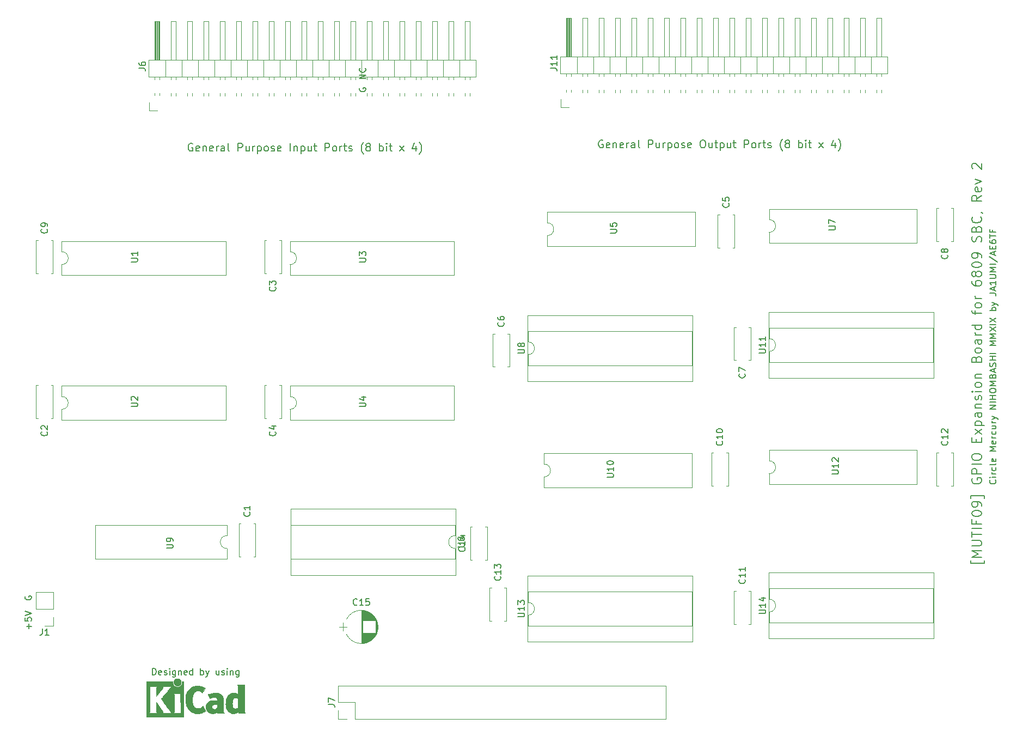
<source format=gto>
G04 #@! TF.FileFunction,Legend,Top*
%FSLAX46Y46*%
G04 Gerber Fmt 4.6, Leading zero omitted, Abs format (unit mm)*
G04 Created by KiCad (PCBNEW 4.0.7) date 07/05/19 16:22:17*
%MOMM*%
%LPD*%
G01*
G04 APERTURE LIST*
%ADD10C,0.100000*%
%ADD11C,0.200000*%
%ADD12C,0.120000*%
%ADD13C,0.010000*%
%ADD14C,0.150000*%
G04 APERTURE END LIST*
D10*
D11*
X140828573Y-50400000D02*
X140714287Y-50342857D01*
X140542858Y-50342857D01*
X140371430Y-50400000D01*
X140257144Y-50514286D01*
X140200001Y-50628571D01*
X140142858Y-50857143D01*
X140142858Y-51028571D01*
X140200001Y-51257143D01*
X140257144Y-51371429D01*
X140371430Y-51485714D01*
X140542858Y-51542857D01*
X140657144Y-51542857D01*
X140828573Y-51485714D01*
X140885716Y-51428571D01*
X140885716Y-51028571D01*
X140657144Y-51028571D01*
X141857144Y-51485714D02*
X141742858Y-51542857D01*
X141514287Y-51542857D01*
X141400001Y-51485714D01*
X141342858Y-51371429D01*
X141342858Y-50914286D01*
X141400001Y-50800000D01*
X141514287Y-50742857D01*
X141742858Y-50742857D01*
X141857144Y-50800000D01*
X141914287Y-50914286D01*
X141914287Y-51028571D01*
X141342858Y-51142857D01*
X142428572Y-50742857D02*
X142428572Y-51542857D01*
X142428572Y-50857143D02*
X142485715Y-50800000D01*
X142600001Y-50742857D01*
X142771429Y-50742857D01*
X142885715Y-50800000D01*
X142942858Y-50914286D01*
X142942858Y-51542857D01*
X143971429Y-51485714D02*
X143857143Y-51542857D01*
X143628572Y-51542857D01*
X143514286Y-51485714D01*
X143457143Y-51371429D01*
X143457143Y-50914286D01*
X143514286Y-50800000D01*
X143628572Y-50742857D01*
X143857143Y-50742857D01*
X143971429Y-50800000D01*
X144028572Y-50914286D01*
X144028572Y-51028571D01*
X143457143Y-51142857D01*
X144542857Y-51542857D02*
X144542857Y-50742857D01*
X144542857Y-50971429D02*
X144600000Y-50857143D01*
X144657143Y-50800000D01*
X144771429Y-50742857D01*
X144885714Y-50742857D01*
X145800000Y-51542857D02*
X145800000Y-50914286D01*
X145742857Y-50800000D01*
X145628571Y-50742857D01*
X145400000Y-50742857D01*
X145285714Y-50800000D01*
X145800000Y-51485714D02*
X145685714Y-51542857D01*
X145400000Y-51542857D01*
X145285714Y-51485714D01*
X145228571Y-51371429D01*
X145228571Y-51257143D01*
X145285714Y-51142857D01*
X145400000Y-51085714D01*
X145685714Y-51085714D01*
X145800000Y-51028571D01*
X146542857Y-51542857D02*
X146428571Y-51485714D01*
X146371428Y-51371429D01*
X146371428Y-50342857D01*
X147914285Y-51542857D02*
X147914285Y-50342857D01*
X148371428Y-50342857D01*
X148485714Y-50400000D01*
X148542857Y-50457143D01*
X148600000Y-50571429D01*
X148600000Y-50742857D01*
X148542857Y-50857143D01*
X148485714Y-50914286D01*
X148371428Y-50971429D01*
X147914285Y-50971429D01*
X149628571Y-50742857D02*
X149628571Y-51542857D01*
X149114285Y-50742857D02*
X149114285Y-51371429D01*
X149171428Y-51485714D01*
X149285714Y-51542857D01*
X149457142Y-51542857D01*
X149571428Y-51485714D01*
X149628571Y-51428571D01*
X150199999Y-51542857D02*
X150199999Y-50742857D01*
X150199999Y-50971429D02*
X150257142Y-50857143D01*
X150314285Y-50800000D01*
X150428571Y-50742857D01*
X150542856Y-50742857D01*
X150942856Y-50742857D02*
X150942856Y-51942857D01*
X150942856Y-50800000D02*
X151057142Y-50742857D01*
X151285713Y-50742857D01*
X151399999Y-50800000D01*
X151457142Y-50857143D01*
X151514285Y-50971429D01*
X151514285Y-51314286D01*
X151457142Y-51428571D01*
X151399999Y-51485714D01*
X151285713Y-51542857D01*
X151057142Y-51542857D01*
X150942856Y-51485714D01*
X152199999Y-51542857D02*
X152085713Y-51485714D01*
X152028570Y-51428571D01*
X151971427Y-51314286D01*
X151971427Y-50971429D01*
X152028570Y-50857143D01*
X152085713Y-50800000D01*
X152199999Y-50742857D01*
X152371427Y-50742857D01*
X152485713Y-50800000D01*
X152542856Y-50857143D01*
X152599999Y-50971429D01*
X152599999Y-51314286D01*
X152542856Y-51428571D01*
X152485713Y-51485714D01*
X152371427Y-51542857D01*
X152199999Y-51542857D01*
X153057141Y-51485714D02*
X153171427Y-51542857D01*
X153399999Y-51542857D01*
X153514284Y-51485714D01*
X153571427Y-51371429D01*
X153571427Y-51314286D01*
X153514284Y-51200000D01*
X153399999Y-51142857D01*
X153228570Y-51142857D01*
X153114284Y-51085714D01*
X153057141Y-50971429D01*
X153057141Y-50914286D01*
X153114284Y-50800000D01*
X153228570Y-50742857D01*
X153399999Y-50742857D01*
X153514284Y-50800000D01*
X154542856Y-51485714D02*
X154428570Y-51542857D01*
X154199999Y-51542857D01*
X154085713Y-51485714D01*
X154028570Y-51371429D01*
X154028570Y-50914286D01*
X154085713Y-50800000D01*
X154199999Y-50742857D01*
X154428570Y-50742857D01*
X154542856Y-50800000D01*
X154599999Y-50914286D01*
X154599999Y-51028571D01*
X154028570Y-51142857D01*
X156257142Y-50342857D02*
X156485713Y-50342857D01*
X156599999Y-50400000D01*
X156714285Y-50514286D01*
X156771427Y-50742857D01*
X156771427Y-51142857D01*
X156714285Y-51371429D01*
X156599999Y-51485714D01*
X156485713Y-51542857D01*
X156257142Y-51542857D01*
X156142856Y-51485714D01*
X156028570Y-51371429D01*
X155971427Y-51142857D01*
X155971427Y-50742857D01*
X156028570Y-50514286D01*
X156142856Y-50400000D01*
X156257142Y-50342857D01*
X157799999Y-50742857D02*
X157799999Y-51542857D01*
X157285713Y-50742857D02*
X157285713Y-51371429D01*
X157342856Y-51485714D01*
X157457142Y-51542857D01*
X157628570Y-51542857D01*
X157742856Y-51485714D01*
X157799999Y-51428571D01*
X158199999Y-50742857D02*
X158657142Y-50742857D01*
X158371427Y-50342857D02*
X158371427Y-51371429D01*
X158428570Y-51485714D01*
X158542856Y-51542857D01*
X158657142Y-51542857D01*
X159057141Y-50742857D02*
X159057141Y-51942857D01*
X159057141Y-50800000D02*
X159171427Y-50742857D01*
X159399998Y-50742857D01*
X159514284Y-50800000D01*
X159571427Y-50857143D01*
X159628570Y-50971429D01*
X159628570Y-51314286D01*
X159571427Y-51428571D01*
X159514284Y-51485714D01*
X159399998Y-51542857D01*
X159171427Y-51542857D01*
X159057141Y-51485714D01*
X160657141Y-50742857D02*
X160657141Y-51542857D01*
X160142855Y-50742857D02*
X160142855Y-51371429D01*
X160199998Y-51485714D01*
X160314284Y-51542857D01*
X160485712Y-51542857D01*
X160599998Y-51485714D01*
X160657141Y-51428571D01*
X161057141Y-50742857D02*
X161514284Y-50742857D01*
X161228569Y-50342857D02*
X161228569Y-51371429D01*
X161285712Y-51485714D01*
X161399998Y-51542857D01*
X161514284Y-51542857D01*
X162828569Y-51542857D02*
X162828569Y-50342857D01*
X163285712Y-50342857D01*
X163399998Y-50400000D01*
X163457141Y-50457143D01*
X163514284Y-50571429D01*
X163514284Y-50742857D01*
X163457141Y-50857143D01*
X163399998Y-50914286D01*
X163285712Y-50971429D01*
X162828569Y-50971429D01*
X164199998Y-51542857D02*
X164085712Y-51485714D01*
X164028569Y-51428571D01*
X163971426Y-51314286D01*
X163971426Y-50971429D01*
X164028569Y-50857143D01*
X164085712Y-50800000D01*
X164199998Y-50742857D01*
X164371426Y-50742857D01*
X164485712Y-50800000D01*
X164542855Y-50857143D01*
X164599998Y-50971429D01*
X164599998Y-51314286D01*
X164542855Y-51428571D01*
X164485712Y-51485714D01*
X164371426Y-51542857D01*
X164199998Y-51542857D01*
X165114283Y-51542857D02*
X165114283Y-50742857D01*
X165114283Y-50971429D02*
X165171426Y-50857143D01*
X165228569Y-50800000D01*
X165342855Y-50742857D01*
X165457140Y-50742857D01*
X165685712Y-50742857D02*
X166142855Y-50742857D01*
X165857140Y-50342857D02*
X165857140Y-51371429D01*
X165914283Y-51485714D01*
X166028569Y-51542857D01*
X166142855Y-51542857D01*
X166485711Y-51485714D02*
X166599997Y-51542857D01*
X166828569Y-51542857D01*
X166942854Y-51485714D01*
X166999997Y-51371429D01*
X166999997Y-51314286D01*
X166942854Y-51200000D01*
X166828569Y-51142857D01*
X166657140Y-51142857D01*
X166542854Y-51085714D01*
X166485711Y-50971429D01*
X166485711Y-50914286D01*
X166542854Y-50800000D01*
X166657140Y-50742857D01*
X166828569Y-50742857D01*
X166942854Y-50800000D01*
X168771426Y-52000000D02*
X168714284Y-51942857D01*
X168599998Y-51771429D01*
X168542855Y-51657143D01*
X168485712Y-51485714D01*
X168428569Y-51200000D01*
X168428569Y-50971429D01*
X168485712Y-50685714D01*
X168542855Y-50514286D01*
X168599998Y-50400000D01*
X168714284Y-50228571D01*
X168771426Y-50171429D01*
X169399998Y-50857143D02*
X169285712Y-50800000D01*
X169228569Y-50742857D01*
X169171426Y-50628571D01*
X169171426Y-50571429D01*
X169228569Y-50457143D01*
X169285712Y-50400000D01*
X169399998Y-50342857D01*
X169628569Y-50342857D01*
X169742855Y-50400000D01*
X169799998Y-50457143D01*
X169857141Y-50571429D01*
X169857141Y-50628571D01*
X169799998Y-50742857D01*
X169742855Y-50800000D01*
X169628569Y-50857143D01*
X169399998Y-50857143D01*
X169285712Y-50914286D01*
X169228569Y-50971429D01*
X169171426Y-51085714D01*
X169171426Y-51314286D01*
X169228569Y-51428571D01*
X169285712Y-51485714D01*
X169399998Y-51542857D01*
X169628569Y-51542857D01*
X169742855Y-51485714D01*
X169799998Y-51428571D01*
X169857141Y-51314286D01*
X169857141Y-51085714D01*
X169799998Y-50971429D01*
X169742855Y-50914286D01*
X169628569Y-50857143D01*
X171285712Y-51542857D02*
X171285712Y-50342857D01*
X171285712Y-50800000D02*
X171399998Y-50742857D01*
X171628569Y-50742857D01*
X171742855Y-50800000D01*
X171799998Y-50857143D01*
X171857141Y-50971429D01*
X171857141Y-51314286D01*
X171799998Y-51428571D01*
X171742855Y-51485714D01*
X171628569Y-51542857D01*
X171399998Y-51542857D01*
X171285712Y-51485714D01*
X172371426Y-51542857D02*
X172371426Y-50742857D01*
X172371426Y-50342857D02*
X172314283Y-50400000D01*
X172371426Y-50457143D01*
X172428569Y-50400000D01*
X172371426Y-50342857D01*
X172371426Y-50457143D01*
X172771427Y-50742857D02*
X173228570Y-50742857D01*
X172942855Y-50342857D02*
X172942855Y-51371429D01*
X172999998Y-51485714D01*
X173114284Y-51542857D01*
X173228570Y-51542857D01*
X174428570Y-51542857D02*
X175057141Y-50742857D01*
X174428570Y-50742857D02*
X175057141Y-51542857D01*
X176942856Y-50742857D02*
X176942856Y-51542857D01*
X176657142Y-50285714D02*
X176371427Y-51142857D01*
X177114285Y-51142857D01*
X177457142Y-52000000D02*
X177514284Y-51942857D01*
X177628570Y-51771429D01*
X177685713Y-51657143D01*
X177742856Y-51485714D01*
X177799999Y-51200000D01*
X177799999Y-50971429D01*
X177742856Y-50685714D01*
X177685713Y-50514286D01*
X177628570Y-50400000D01*
X177514284Y-50228571D01*
X177457142Y-50171429D01*
X77014287Y-50900000D02*
X76900001Y-50842857D01*
X76728572Y-50842857D01*
X76557144Y-50900000D01*
X76442858Y-51014286D01*
X76385715Y-51128571D01*
X76328572Y-51357143D01*
X76328572Y-51528571D01*
X76385715Y-51757143D01*
X76442858Y-51871429D01*
X76557144Y-51985714D01*
X76728572Y-52042857D01*
X76842858Y-52042857D01*
X77014287Y-51985714D01*
X77071430Y-51928571D01*
X77071430Y-51528571D01*
X76842858Y-51528571D01*
X78042858Y-51985714D02*
X77928572Y-52042857D01*
X77700001Y-52042857D01*
X77585715Y-51985714D01*
X77528572Y-51871429D01*
X77528572Y-51414286D01*
X77585715Y-51300000D01*
X77700001Y-51242857D01*
X77928572Y-51242857D01*
X78042858Y-51300000D01*
X78100001Y-51414286D01*
X78100001Y-51528571D01*
X77528572Y-51642857D01*
X78614286Y-51242857D02*
X78614286Y-52042857D01*
X78614286Y-51357143D02*
X78671429Y-51300000D01*
X78785715Y-51242857D01*
X78957143Y-51242857D01*
X79071429Y-51300000D01*
X79128572Y-51414286D01*
X79128572Y-52042857D01*
X80157143Y-51985714D02*
X80042857Y-52042857D01*
X79814286Y-52042857D01*
X79700000Y-51985714D01*
X79642857Y-51871429D01*
X79642857Y-51414286D01*
X79700000Y-51300000D01*
X79814286Y-51242857D01*
X80042857Y-51242857D01*
X80157143Y-51300000D01*
X80214286Y-51414286D01*
X80214286Y-51528571D01*
X79642857Y-51642857D01*
X80728571Y-52042857D02*
X80728571Y-51242857D01*
X80728571Y-51471429D02*
X80785714Y-51357143D01*
X80842857Y-51300000D01*
X80957143Y-51242857D01*
X81071428Y-51242857D01*
X81985714Y-52042857D02*
X81985714Y-51414286D01*
X81928571Y-51300000D01*
X81814285Y-51242857D01*
X81585714Y-51242857D01*
X81471428Y-51300000D01*
X81985714Y-51985714D02*
X81871428Y-52042857D01*
X81585714Y-52042857D01*
X81471428Y-51985714D01*
X81414285Y-51871429D01*
X81414285Y-51757143D01*
X81471428Y-51642857D01*
X81585714Y-51585714D01*
X81871428Y-51585714D01*
X81985714Y-51528571D01*
X82728571Y-52042857D02*
X82614285Y-51985714D01*
X82557142Y-51871429D01*
X82557142Y-50842857D01*
X84099999Y-52042857D02*
X84099999Y-50842857D01*
X84557142Y-50842857D01*
X84671428Y-50900000D01*
X84728571Y-50957143D01*
X84785714Y-51071429D01*
X84785714Y-51242857D01*
X84728571Y-51357143D01*
X84671428Y-51414286D01*
X84557142Y-51471429D01*
X84099999Y-51471429D01*
X85814285Y-51242857D02*
X85814285Y-52042857D01*
X85299999Y-51242857D02*
X85299999Y-51871429D01*
X85357142Y-51985714D01*
X85471428Y-52042857D01*
X85642856Y-52042857D01*
X85757142Y-51985714D01*
X85814285Y-51928571D01*
X86385713Y-52042857D02*
X86385713Y-51242857D01*
X86385713Y-51471429D02*
X86442856Y-51357143D01*
X86499999Y-51300000D01*
X86614285Y-51242857D01*
X86728570Y-51242857D01*
X87128570Y-51242857D02*
X87128570Y-52442857D01*
X87128570Y-51300000D02*
X87242856Y-51242857D01*
X87471427Y-51242857D01*
X87585713Y-51300000D01*
X87642856Y-51357143D01*
X87699999Y-51471429D01*
X87699999Y-51814286D01*
X87642856Y-51928571D01*
X87585713Y-51985714D01*
X87471427Y-52042857D01*
X87242856Y-52042857D01*
X87128570Y-51985714D01*
X88385713Y-52042857D02*
X88271427Y-51985714D01*
X88214284Y-51928571D01*
X88157141Y-51814286D01*
X88157141Y-51471429D01*
X88214284Y-51357143D01*
X88271427Y-51300000D01*
X88385713Y-51242857D01*
X88557141Y-51242857D01*
X88671427Y-51300000D01*
X88728570Y-51357143D01*
X88785713Y-51471429D01*
X88785713Y-51814286D01*
X88728570Y-51928571D01*
X88671427Y-51985714D01*
X88557141Y-52042857D01*
X88385713Y-52042857D01*
X89242855Y-51985714D02*
X89357141Y-52042857D01*
X89585713Y-52042857D01*
X89699998Y-51985714D01*
X89757141Y-51871429D01*
X89757141Y-51814286D01*
X89699998Y-51700000D01*
X89585713Y-51642857D01*
X89414284Y-51642857D01*
X89299998Y-51585714D01*
X89242855Y-51471429D01*
X89242855Y-51414286D01*
X89299998Y-51300000D01*
X89414284Y-51242857D01*
X89585713Y-51242857D01*
X89699998Y-51300000D01*
X90728570Y-51985714D02*
X90614284Y-52042857D01*
X90385713Y-52042857D01*
X90271427Y-51985714D01*
X90214284Y-51871429D01*
X90214284Y-51414286D01*
X90271427Y-51300000D01*
X90385713Y-51242857D01*
X90614284Y-51242857D01*
X90728570Y-51300000D01*
X90785713Y-51414286D01*
X90785713Y-51528571D01*
X90214284Y-51642857D01*
X92214284Y-52042857D02*
X92214284Y-50842857D01*
X92785713Y-51242857D02*
X92785713Y-52042857D01*
X92785713Y-51357143D02*
X92842856Y-51300000D01*
X92957142Y-51242857D01*
X93128570Y-51242857D01*
X93242856Y-51300000D01*
X93299999Y-51414286D01*
X93299999Y-52042857D01*
X93871427Y-51242857D02*
X93871427Y-52442857D01*
X93871427Y-51300000D02*
X93985713Y-51242857D01*
X94214284Y-51242857D01*
X94328570Y-51300000D01*
X94385713Y-51357143D01*
X94442856Y-51471429D01*
X94442856Y-51814286D01*
X94385713Y-51928571D01*
X94328570Y-51985714D01*
X94214284Y-52042857D01*
X93985713Y-52042857D01*
X93871427Y-51985714D01*
X95471427Y-51242857D02*
X95471427Y-52042857D01*
X94957141Y-51242857D02*
X94957141Y-51871429D01*
X95014284Y-51985714D01*
X95128570Y-52042857D01*
X95299998Y-52042857D01*
X95414284Y-51985714D01*
X95471427Y-51928571D01*
X95871427Y-51242857D02*
X96328570Y-51242857D01*
X96042855Y-50842857D02*
X96042855Y-51871429D01*
X96099998Y-51985714D01*
X96214284Y-52042857D01*
X96328570Y-52042857D01*
X97642855Y-52042857D02*
X97642855Y-50842857D01*
X98099998Y-50842857D01*
X98214284Y-50900000D01*
X98271427Y-50957143D01*
X98328570Y-51071429D01*
X98328570Y-51242857D01*
X98271427Y-51357143D01*
X98214284Y-51414286D01*
X98099998Y-51471429D01*
X97642855Y-51471429D01*
X99014284Y-52042857D02*
X98899998Y-51985714D01*
X98842855Y-51928571D01*
X98785712Y-51814286D01*
X98785712Y-51471429D01*
X98842855Y-51357143D01*
X98899998Y-51300000D01*
X99014284Y-51242857D01*
X99185712Y-51242857D01*
X99299998Y-51300000D01*
X99357141Y-51357143D01*
X99414284Y-51471429D01*
X99414284Y-51814286D01*
X99357141Y-51928571D01*
X99299998Y-51985714D01*
X99185712Y-52042857D01*
X99014284Y-52042857D01*
X99928569Y-52042857D02*
X99928569Y-51242857D01*
X99928569Y-51471429D02*
X99985712Y-51357143D01*
X100042855Y-51300000D01*
X100157141Y-51242857D01*
X100271426Y-51242857D01*
X100499998Y-51242857D02*
X100957141Y-51242857D01*
X100671426Y-50842857D02*
X100671426Y-51871429D01*
X100728569Y-51985714D01*
X100842855Y-52042857D01*
X100957141Y-52042857D01*
X101299997Y-51985714D02*
X101414283Y-52042857D01*
X101642855Y-52042857D01*
X101757140Y-51985714D01*
X101814283Y-51871429D01*
X101814283Y-51814286D01*
X101757140Y-51700000D01*
X101642855Y-51642857D01*
X101471426Y-51642857D01*
X101357140Y-51585714D01*
X101299997Y-51471429D01*
X101299997Y-51414286D01*
X101357140Y-51300000D01*
X101471426Y-51242857D01*
X101642855Y-51242857D01*
X101757140Y-51300000D01*
X103585712Y-52500000D02*
X103528570Y-52442857D01*
X103414284Y-52271429D01*
X103357141Y-52157143D01*
X103299998Y-51985714D01*
X103242855Y-51700000D01*
X103242855Y-51471429D01*
X103299998Y-51185714D01*
X103357141Y-51014286D01*
X103414284Y-50900000D01*
X103528570Y-50728571D01*
X103585712Y-50671429D01*
X104214284Y-51357143D02*
X104099998Y-51300000D01*
X104042855Y-51242857D01*
X103985712Y-51128571D01*
X103985712Y-51071429D01*
X104042855Y-50957143D01*
X104099998Y-50900000D01*
X104214284Y-50842857D01*
X104442855Y-50842857D01*
X104557141Y-50900000D01*
X104614284Y-50957143D01*
X104671427Y-51071429D01*
X104671427Y-51128571D01*
X104614284Y-51242857D01*
X104557141Y-51300000D01*
X104442855Y-51357143D01*
X104214284Y-51357143D01*
X104099998Y-51414286D01*
X104042855Y-51471429D01*
X103985712Y-51585714D01*
X103985712Y-51814286D01*
X104042855Y-51928571D01*
X104099998Y-51985714D01*
X104214284Y-52042857D01*
X104442855Y-52042857D01*
X104557141Y-51985714D01*
X104614284Y-51928571D01*
X104671427Y-51814286D01*
X104671427Y-51585714D01*
X104614284Y-51471429D01*
X104557141Y-51414286D01*
X104442855Y-51357143D01*
X106099998Y-52042857D02*
X106099998Y-50842857D01*
X106099998Y-51300000D02*
X106214284Y-51242857D01*
X106442855Y-51242857D01*
X106557141Y-51300000D01*
X106614284Y-51357143D01*
X106671427Y-51471429D01*
X106671427Y-51814286D01*
X106614284Y-51928571D01*
X106557141Y-51985714D01*
X106442855Y-52042857D01*
X106214284Y-52042857D01*
X106099998Y-51985714D01*
X107185712Y-52042857D02*
X107185712Y-51242857D01*
X107185712Y-50842857D02*
X107128569Y-50900000D01*
X107185712Y-50957143D01*
X107242855Y-50900000D01*
X107185712Y-50842857D01*
X107185712Y-50957143D01*
X107585713Y-51242857D02*
X108042856Y-51242857D01*
X107757141Y-50842857D02*
X107757141Y-51871429D01*
X107814284Y-51985714D01*
X107928570Y-52042857D01*
X108042856Y-52042857D01*
X109242856Y-52042857D02*
X109871427Y-51242857D01*
X109242856Y-51242857D02*
X109871427Y-52042857D01*
X111757142Y-51242857D02*
X111757142Y-52042857D01*
X111471428Y-50785714D02*
X111185713Y-51642857D01*
X111928571Y-51642857D01*
X112271428Y-52500000D02*
X112328570Y-52442857D01*
X112442856Y-52271429D01*
X112499999Y-52157143D01*
X112557142Y-51985714D01*
X112614285Y-51700000D01*
X112614285Y-51471429D01*
X112557142Y-51185714D01*
X112499999Y-51014286D01*
X112442856Y-50900000D01*
X112328570Y-50728571D01*
X112271428Y-50671429D01*
X103952381Y-40785714D02*
X102952381Y-40785714D01*
X103952381Y-40214285D01*
X102952381Y-40214285D01*
X103857143Y-39166666D02*
X103904762Y-39214285D01*
X103952381Y-39357142D01*
X103952381Y-39452380D01*
X103904762Y-39595238D01*
X103809524Y-39690476D01*
X103714286Y-39738095D01*
X103523810Y-39785714D01*
X103380952Y-39785714D01*
X103190476Y-39738095D01*
X103095238Y-39690476D01*
X103000000Y-39595238D01*
X102952381Y-39452380D01*
X102952381Y-39357142D01*
X103000000Y-39214285D01*
X103047619Y-39166666D01*
X103000000Y-42238095D02*
X102952381Y-42333333D01*
X102952381Y-42476190D01*
X103000000Y-42619048D01*
X103095238Y-42714286D01*
X103190476Y-42761905D01*
X103380952Y-42809524D01*
X103523810Y-42809524D01*
X103714286Y-42761905D01*
X103809524Y-42714286D01*
X103904762Y-42619048D01*
X103952381Y-42476190D01*
X103952381Y-42380952D01*
X103904762Y-42238095D01*
X103857143Y-42190476D01*
X103523810Y-42190476D01*
X103523810Y-42380952D01*
X51571429Y-126285714D02*
X51571429Y-125523809D01*
X51952381Y-125904761D02*
X51190476Y-125904761D01*
X50952381Y-124571428D02*
X50952381Y-125047619D01*
X51428571Y-125095238D01*
X51380952Y-125047619D01*
X51333333Y-124952381D01*
X51333333Y-124714285D01*
X51380952Y-124619047D01*
X51428571Y-124571428D01*
X51523810Y-124523809D01*
X51761905Y-124523809D01*
X51857143Y-124571428D01*
X51904762Y-124619047D01*
X51952381Y-124714285D01*
X51952381Y-124952381D01*
X51904762Y-125047619D01*
X51857143Y-125095238D01*
X50952381Y-124238095D02*
X51952381Y-123904762D01*
X50952381Y-123571428D01*
X51000000Y-121238095D02*
X50952381Y-121333333D01*
X50952381Y-121476190D01*
X51000000Y-121619048D01*
X51095238Y-121714286D01*
X51190476Y-121761905D01*
X51380952Y-121809524D01*
X51523810Y-121809524D01*
X51714286Y-121761905D01*
X51809524Y-121714286D01*
X51904762Y-121619048D01*
X51952381Y-121476190D01*
X51952381Y-121380952D01*
X51904762Y-121238095D01*
X51857143Y-121190476D01*
X51523810Y-121190476D01*
X51523810Y-121380952D01*
X70785714Y-133452381D02*
X70785714Y-132452381D01*
X71023809Y-132452381D01*
X71166667Y-132500000D01*
X71261905Y-132595238D01*
X71309524Y-132690476D01*
X71357143Y-132880952D01*
X71357143Y-133023810D01*
X71309524Y-133214286D01*
X71261905Y-133309524D01*
X71166667Y-133404762D01*
X71023809Y-133452381D01*
X70785714Y-133452381D01*
X72166667Y-133404762D02*
X72071429Y-133452381D01*
X71880952Y-133452381D01*
X71785714Y-133404762D01*
X71738095Y-133309524D01*
X71738095Y-132928571D01*
X71785714Y-132833333D01*
X71880952Y-132785714D01*
X72071429Y-132785714D01*
X72166667Y-132833333D01*
X72214286Y-132928571D01*
X72214286Y-133023810D01*
X71738095Y-133119048D01*
X72595238Y-133404762D02*
X72690476Y-133452381D01*
X72880952Y-133452381D01*
X72976191Y-133404762D01*
X73023810Y-133309524D01*
X73023810Y-133261905D01*
X72976191Y-133166667D01*
X72880952Y-133119048D01*
X72738095Y-133119048D01*
X72642857Y-133071429D01*
X72595238Y-132976190D01*
X72595238Y-132928571D01*
X72642857Y-132833333D01*
X72738095Y-132785714D01*
X72880952Y-132785714D01*
X72976191Y-132833333D01*
X73452381Y-133452381D02*
X73452381Y-132785714D01*
X73452381Y-132452381D02*
X73404762Y-132500000D01*
X73452381Y-132547619D01*
X73500000Y-132500000D01*
X73452381Y-132452381D01*
X73452381Y-132547619D01*
X74357143Y-132785714D02*
X74357143Y-133595238D01*
X74309524Y-133690476D01*
X74261905Y-133738095D01*
X74166666Y-133785714D01*
X74023809Y-133785714D01*
X73928571Y-133738095D01*
X74357143Y-133404762D02*
X74261905Y-133452381D01*
X74071428Y-133452381D01*
X73976190Y-133404762D01*
X73928571Y-133357143D01*
X73880952Y-133261905D01*
X73880952Y-132976190D01*
X73928571Y-132880952D01*
X73976190Y-132833333D01*
X74071428Y-132785714D01*
X74261905Y-132785714D01*
X74357143Y-132833333D01*
X74833333Y-132785714D02*
X74833333Y-133452381D01*
X74833333Y-132880952D02*
X74880952Y-132833333D01*
X74976190Y-132785714D01*
X75119048Y-132785714D01*
X75214286Y-132833333D01*
X75261905Y-132928571D01*
X75261905Y-133452381D01*
X76119048Y-133404762D02*
X76023810Y-133452381D01*
X75833333Y-133452381D01*
X75738095Y-133404762D01*
X75690476Y-133309524D01*
X75690476Y-132928571D01*
X75738095Y-132833333D01*
X75833333Y-132785714D01*
X76023810Y-132785714D01*
X76119048Y-132833333D01*
X76166667Y-132928571D01*
X76166667Y-133023810D01*
X75690476Y-133119048D01*
X77023810Y-133452381D02*
X77023810Y-132452381D01*
X77023810Y-133404762D02*
X76928572Y-133452381D01*
X76738095Y-133452381D01*
X76642857Y-133404762D01*
X76595238Y-133357143D01*
X76547619Y-133261905D01*
X76547619Y-132976190D01*
X76595238Y-132880952D01*
X76642857Y-132833333D01*
X76738095Y-132785714D01*
X76928572Y-132785714D01*
X77023810Y-132833333D01*
X78261905Y-133452381D02*
X78261905Y-132452381D01*
X78261905Y-132833333D02*
X78357143Y-132785714D01*
X78547620Y-132785714D01*
X78642858Y-132833333D01*
X78690477Y-132880952D01*
X78738096Y-132976190D01*
X78738096Y-133261905D01*
X78690477Y-133357143D01*
X78642858Y-133404762D01*
X78547620Y-133452381D01*
X78357143Y-133452381D01*
X78261905Y-133404762D01*
X79071429Y-132785714D02*
X79309524Y-133452381D01*
X79547620Y-132785714D02*
X79309524Y-133452381D01*
X79214286Y-133690476D01*
X79166667Y-133738095D01*
X79071429Y-133785714D01*
X81119049Y-132785714D02*
X81119049Y-133452381D01*
X80690477Y-132785714D02*
X80690477Y-133309524D01*
X80738096Y-133404762D01*
X80833334Y-133452381D01*
X80976192Y-133452381D01*
X81071430Y-133404762D01*
X81119049Y-133357143D01*
X81547620Y-133404762D02*
X81642858Y-133452381D01*
X81833334Y-133452381D01*
X81928573Y-133404762D01*
X81976192Y-133309524D01*
X81976192Y-133261905D01*
X81928573Y-133166667D01*
X81833334Y-133119048D01*
X81690477Y-133119048D01*
X81595239Y-133071429D01*
X81547620Y-132976190D01*
X81547620Y-132928571D01*
X81595239Y-132833333D01*
X81690477Y-132785714D01*
X81833334Y-132785714D01*
X81928573Y-132833333D01*
X82404763Y-133452381D02*
X82404763Y-132785714D01*
X82404763Y-132452381D02*
X82357144Y-132500000D01*
X82404763Y-132547619D01*
X82452382Y-132500000D01*
X82404763Y-132452381D01*
X82404763Y-132547619D01*
X82880953Y-132785714D02*
X82880953Y-133452381D01*
X82880953Y-132880952D02*
X82928572Y-132833333D01*
X83023810Y-132785714D01*
X83166668Y-132785714D01*
X83261906Y-132833333D01*
X83309525Y-132928571D01*
X83309525Y-133452381D01*
X84214287Y-132785714D02*
X84214287Y-133595238D01*
X84166668Y-133690476D01*
X84119049Y-133738095D01*
X84023810Y-133785714D01*
X83880953Y-133785714D01*
X83785715Y-133738095D01*
X84214287Y-133404762D02*
X84119049Y-133452381D01*
X83928572Y-133452381D01*
X83833334Y-133404762D01*
X83785715Y-133357143D01*
X83738096Y-133261905D01*
X83738096Y-132976190D01*
X83785715Y-132880952D01*
X83833334Y-132833333D01*
X83928572Y-132785714D01*
X84119049Y-132785714D01*
X84214287Y-132833333D01*
X201857143Y-103166667D02*
X201904762Y-103214286D01*
X201952381Y-103357143D01*
X201952381Y-103452381D01*
X201904762Y-103595239D01*
X201809524Y-103690477D01*
X201714286Y-103738096D01*
X201523810Y-103785715D01*
X201380952Y-103785715D01*
X201190476Y-103738096D01*
X201095238Y-103690477D01*
X201000000Y-103595239D01*
X200952381Y-103452381D01*
X200952381Y-103357143D01*
X201000000Y-103214286D01*
X201047619Y-103166667D01*
X201952381Y-102738096D02*
X201285714Y-102738096D01*
X200952381Y-102738096D02*
X201000000Y-102785715D01*
X201047619Y-102738096D01*
X201000000Y-102690477D01*
X200952381Y-102738096D01*
X201047619Y-102738096D01*
X201952381Y-102261906D02*
X201285714Y-102261906D01*
X201476190Y-102261906D02*
X201380952Y-102214287D01*
X201333333Y-102166668D01*
X201285714Y-102071430D01*
X201285714Y-101976191D01*
X201904762Y-101214286D02*
X201952381Y-101309524D01*
X201952381Y-101500001D01*
X201904762Y-101595239D01*
X201857143Y-101642858D01*
X201761905Y-101690477D01*
X201476190Y-101690477D01*
X201380952Y-101642858D01*
X201333333Y-101595239D01*
X201285714Y-101500001D01*
X201285714Y-101309524D01*
X201333333Y-101214286D01*
X201952381Y-100642858D02*
X201904762Y-100738096D01*
X201809524Y-100785715D01*
X200952381Y-100785715D01*
X201904762Y-99880952D02*
X201952381Y-99976190D01*
X201952381Y-100166667D01*
X201904762Y-100261905D01*
X201809524Y-100309524D01*
X201428571Y-100309524D01*
X201333333Y-100261905D01*
X201285714Y-100166667D01*
X201285714Y-99976190D01*
X201333333Y-99880952D01*
X201428571Y-99833333D01*
X201523810Y-99833333D01*
X201619048Y-100309524D01*
X201952381Y-98642857D02*
X200952381Y-98642857D01*
X201666667Y-98309523D01*
X200952381Y-97976190D01*
X201952381Y-97976190D01*
X201904762Y-97119047D02*
X201952381Y-97214285D01*
X201952381Y-97404762D01*
X201904762Y-97500000D01*
X201809524Y-97547619D01*
X201428571Y-97547619D01*
X201333333Y-97500000D01*
X201285714Y-97404762D01*
X201285714Y-97214285D01*
X201333333Y-97119047D01*
X201428571Y-97071428D01*
X201523810Y-97071428D01*
X201619048Y-97547619D01*
X201952381Y-96642857D02*
X201285714Y-96642857D01*
X201476190Y-96642857D02*
X201380952Y-96595238D01*
X201333333Y-96547619D01*
X201285714Y-96452381D01*
X201285714Y-96357142D01*
X201904762Y-95595237D02*
X201952381Y-95690475D01*
X201952381Y-95880952D01*
X201904762Y-95976190D01*
X201857143Y-96023809D01*
X201761905Y-96071428D01*
X201476190Y-96071428D01*
X201380952Y-96023809D01*
X201333333Y-95976190D01*
X201285714Y-95880952D01*
X201285714Y-95690475D01*
X201333333Y-95595237D01*
X201285714Y-94738094D02*
X201952381Y-94738094D01*
X201285714Y-95166666D02*
X201809524Y-95166666D01*
X201904762Y-95119047D01*
X201952381Y-95023809D01*
X201952381Y-94880951D01*
X201904762Y-94785713D01*
X201857143Y-94738094D01*
X201952381Y-94261904D02*
X201285714Y-94261904D01*
X201476190Y-94261904D02*
X201380952Y-94214285D01*
X201333333Y-94166666D01*
X201285714Y-94071428D01*
X201285714Y-93976189D01*
X201285714Y-93738094D02*
X201952381Y-93499999D01*
X201285714Y-93261903D02*
X201952381Y-93499999D01*
X202190476Y-93595237D01*
X202238095Y-93642856D01*
X202285714Y-93738094D01*
X201952381Y-92119046D02*
X200952381Y-92119046D01*
X201952381Y-91547617D01*
X200952381Y-91547617D01*
X201952381Y-91071427D02*
X200952381Y-91071427D01*
X201952381Y-90595237D02*
X200952381Y-90595237D01*
X201428571Y-90595237D02*
X201428571Y-90023808D01*
X201952381Y-90023808D02*
X200952381Y-90023808D01*
X200952381Y-89357142D02*
X200952381Y-89166665D01*
X201000000Y-89071427D01*
X201095238Y-88976189D01*
X201285714Y-88928570D01*
X201619048Y-88928570D01*
X201809524Y-88976189D01*
X201904762Y-89071427D01*
X201952381Y-89166665D01*
X201952381Y-89357142D01*
X201904762Y-89452380D01*
X201809524Y-89547618D01*
X201619048Y-89595237D01*
X201285714Y-89595237D01*
X201095238Y-89547618D01*
X201000000Y-89452380D01*
X200952381Y-89357142D01*
X201952381Y-88499999D02*
X200952381Y-88499999D01*
X201666667Y-88166665D01*
X200952381Y-87833332D01*
X201952381Y-87833332D01*
X201428571Y-87023808D02*
X201476190Y-86880951D01*
X201523810Y-86833332D01*
X201619048Y-86785713D01*
X201761905Y-86785713D01*
X201857143Y-86833332D01*
X201904762Y-86880951D01*
X201952381Y-86976189D01*
X201952381Y-87357142D01*
X200952381Y-87357142D01*
X200952381Y-87023808D01*
X201000000Y-86928570D01*
X201047619Y-86880951D01*
X201142857Y-86833332D01*
X201238095Y-86833332D01*
X201333333Y-86880951D01*
X201380952Y-86928570D01*
X201428571Y-87023808D01*
X201428571Y-87357142D01*
X201666667Y-86404761D02*
X201666667Y-85928570D01*
X201952381Y-86499999D02*
X200952381Y-86166666D01*
X201952381Y-85833332D01*
X201904762Y-85547618D02*
X201952381Y-85404761D01*
X201952381Y-85166665D01*
X201904762Y-85071427D01*
X201857143Y-85023808D01*
X201761905Y-84976189D01*
X201666667Y-84976189D01*
X201571429Y-85023808D01*
X201523810Y-85071427D01*
X201476190Y-85166665D01*
X201428571Y-85357142D01*
X201380952Y-85452380D01*
X201333333Y-85499999D01*
X201238095Y-85547618D01*
X201142857Y-85547618D01*
X201047619Y-85499999D01*
X201000000Y-85452380D01*
X200952381Y-85357142D01*
X200952381Y-85119046D01*
X201000000Y-84976189D01*
X201952381Y-84547618D02*
X200952381Y-84547618D01*
X201428571Y-84547618D02*
X201428571Y-83976189D01*
X201952381Y-83976189D02*
X200952381Y-83976189D01*
X201952381Y-83499999D02*
X200952381Y-83499999D01*
X201952381Y-82261904D02*
X200952381Y-82261904D01*
X201666667Y-81928570D01*
X200952381Y-81595237D01*
X201952381Y-81595237D01*
X201952381Y-81119047D02*
X200952381Y-81119047D01*
X201666667Y-80785713D01*
X200952381Y-80452380D01*
X201952381Y-80452380D01*
X200952381Y-80071428D02*
X201952381Y-79404761D01*
X200952381Y-79404761D02*
X201952381Y-80071428D01*
X201952381Y-79023809D02*
X200952381Y-79023809D01*
X200952381Y-78642857D02*
X201952381Y-77976190D01*
X200952381Y-77976190D02*
X201952381Y-78642857D01*
X201952381Y-76833333D02*
X200952381Y-76833333D01*
X201333333Y-76833333D02*
X201285714Y-76738095D01*
X201285714Y-76547618D01*
X201333333Y-76452380D01*
X201380952Y-76404761D01*
X201476190Y-76357142D01*
X201761905Y-76357142D01*
X201857143Y-76404761D01*
X201904762Y-76452380D01*
X201952381Y-76547618D01*
X201952381Y-76738095D01*
X201904762Y-76833333D01*
X201285714Y-76023809D02*
X201952381Y-75785714D01*
X201285714Y-75547618D02*
X201952381Y-75785714D01*
X202190476Y-75880952D01*
X202238095Y-75928571D01*
X202285714Y-76023809D01*
X200952381Y-74119046D02*
X201666667Y-74119046D01*
X201809524Y-74166666D01*
X201904762Y-74261904D01*
X201952381Y-74404761D01*
X201952381Y-74499999D01*
X201666667Y-73690475D02*
X201666667Y-73214284D01*
X201952381Y-73785713D02*
X200952381Y-73452380D01*
X201952381Y-73119046D01*
X201952381Y-72261903D02*
X201952381Y-72833332D01*
X201952381Y-72547618D02*
X200952381Y-72547618D01*
X201095238Y-72642856D01*
X201190476Y-72738094D01*
X201238095Y-72833332D01*
X200952381Y-71833332D02*
X201761905Y-71833332D01*
X201857143Y-71785713D01*
X201904762Y-71738094D01*
X201952381Y-71642856D01*
X201952381Y-71452379D01*
X201904762Y-71357141D01*
X201857143Y-71309522D01*
X201761905Y-71261903D01*
X200952381Y-71261903D01*
X201952381Y-70785713D02*
X200952381Y-70785713D01*
X201666667Y-70452379D01*
X200952381Y-70119046D01*
X201952381Y-70119046D01*
X201952381Y-69642856D02*
X200952381Y-69642856D01*
X200904762Y-68452380D02*
X202190476Y-69309523D01*
X201666667Y-68166666D02*
X201666667Y-67690475D01*
X201952381Y-68261904D02*
X200952381Y-67928571D01*
X201952381Y-67595237D01*
X201428571Y-67261904D02*
X201428571Y-66928570D01*
X201952381Y-66785713D02*
X201952381Y-67261904D01*
X200952381Y-67261904D01*
X200952381Y-66785713D01*
X200952381Y-65928570D02*
X200952381Y-66119047D01*
X201000000Y-66214285D01*
X201047619Y-66261904D01*
X201190476Y-66357142D01*
X201380952Y-66404761D01*
X201761905Y-66404761D01*
X201857143Y-66357142D01*
X201904762Y-66309523D01*
X201952381Y-66214285D01*
X201952381Y-66023808D01*
X201904762Y-65928570D01*
X201857143Y-65880951D01*
X201761905Y-65833332D01*
X201523810Y-65833332D01*
X201428571Y-65880951D01*
X201380952Y-65928570D01*
X201333333Y-66023808D01*
X201333333Y-66214285D01*
X201380952Y-66309523D01*
X201428571Y-66357142D01*
X201523810Y-66404761D01*
X200952381Y-65547618D02*
X200952381Y-64976189D01*
X201952381Y-65261904D02*
X200952381Y-65261904D01*
X201428571Y-64309522D02*
X201428571Y-64642856D01*
X201952381Y-64642856D02*
X200952381Y-64642856D01*
X200952381Y-64166665D01*
X200178571Y-115714285D02*
X200178571Y-116071428D01*
X198035714Y-116071428D01*
X198035714Y-115714285D01*
X199678571Y-115142856D02*
X198178571Y-115142856D01*
X199250000Y-114642856D01*
X198178571Y-114142856D01*
X199678571Y-114142856D01*
X198178571Y-113428570D02*
X199392857Y-113428570D01*
X199535714Y-113357142D01*
X199607143Y-113285713D01*
X199678571Y-113142856D01*
X199678571Y-112857142D01*
X199607143Y-112714284D01*
X199535714Y-112642856D01*
X199392857Y-112571427D01*
X198178571Y-112571427D01*
X198178571Y-112071427D02*
X198178571Y-111214284D01*
X199678571Y-111642855D02*
X198178571Y-111642855D01*
X199678571Y-110714284D02*
X198178571Y-110714284D01*
X198892857Y-109499998D02*
X198892857Y-109999998D01*
X199678571Y-109999998D02*
X198178571Y-109999998D01*
X198178571Y-109285712D01*
X198178571Y-108428570D02*
X198178571Y-108285713D01*
X198250000Y-108142856D01*
X198321429Y-108071427D01*
X198464286Y-107999998D01*
X198750000Y-107928570D01*
X199107143Y-107928570D01*
X199392857Y-107999998D01*
X199535714Y-108071427D01*
X199607143Y-108142856D01*
X199678571Y-108285713D01*
X199678571Y-108428570D01*
X199607143Y-108571427D01*
X199535714Y-108642856D01*
X199392857Y-108714284D01*
X199107143Y-108785713D01*
X198750000Y-108785713D01*
X198464286Y-108714284D01*
X198321429Y-108642856D01*
X198250000Y-108571427D01*
X198178571Y-108428570D01*
X199678571Y-107214285D02*
X199678571Y-106928570D01*
X199607143Y-106785713D01*
X199535714Y-106714285D01*
X199321429Y-106571427D01*
X199035714Y-106499999D01*
X198464286Y-106499999D01*
X198321429Y-106571427D01*
X198250000Y-106642856D01*
X198178571Y-106785713D01*
X198178571Y-107071427D01*
X198250000Y-107214285D01*
X198321429Y-107285713D01*
X198464286Y-107357142D01*
X198821429Y-107357142D01*
X198964286Y-107285713D01*
X199035714Y-107214285D01*
X199107143Y-107071427D01*
X199107143Y-106785713D01*
X199035714Y-106642856D01*
X198964286Y-106571427D01*
X198821429Y-106499999D01*
X200178571Y-105999999D02*
X200178571Y-105642856D01*
X198035714Y-105642856D01*
X198035714Y-105999999D01*
X198250000Y-102928571D02*
X198178571Y-103071428D01*
X198178571Y-103285714D01*
X198250000Y-103499999D01*
X198392857Y-103642857D01*
X198535714Y-103714285D01*
X198821429Y-103785714D01*
X199035714Y-103785714D01*
X199321429Y-103714285D01*
X199464286Y-103642857D01*
X199607143Y-103499999D01*
X199678571Y-103285714D01*
X199678571Y-103142857D01*
X199607143Y-102928571D01*
X199535714Y-102857142D01*
X199035714Y-102857142D01*
X199035714Y-103142857D01*
X199678571Y-102214285D02*
X198178571Y-102214285D01*
X198178571Y-101642857D01*
X198250000Y-101499999D01*
X198321429Y-101428571D01*
X198464286Y-101357142D01*
X198678571Y-101357142D01*
X198821429Y-101428571D01*
X198892857Y-101499999D01*
X198964286Y-101642857D01*
X198964286Y-102214285D01*
X199678571Y-100714285D02*
X198178571Y-100714285D01*
X198178571Y-99714285D02*
X198178571Y-99428571D01*
X198250000Y-99285713D01*
X198392857Y-99142856D01*
X198678571Y-99071428D01*
X199178571Y-99071428D01*
X199464286Y-99142856D01*
X199607143Y-99285713D01*
X199678571Y-99428571D01*
X199678571Y-99714285D01*
X199607143Y-99857142D01*
X199464286Y-99999999D01*
X199178571Y-100071428D01*
X198678571Y-100071428D01*
X198392857Y-99999999D01*
X198250000Y-99857142D01*
X198178571Y-99714285D01*
X198892857Y-97285713D02*
X198892857Y-96785713D01*
X199678571Y-96571427D02*
X199678571Y-97285713D01*
X198178571Y-97285713D01*
X198178571Y-96571427D01*
X199678571Y-96071427D02*
X198678571Y-95285713D01*
X198678571Y-96071427D02*
X199678571Y-95285713D01*
X198678571Y-94714284D02*
X200178571Y-94714284D01*
X198750000Y-94714284D02*
X198678571Y-94571427D01*
X198678571Y-94285713D01*
X198750000Y-94142856D01*
X198821429Y-94071427D01*
X198964286Y-93999998D01*
X199392857Y-93999998D01*
X199535714Y-94071427D01*
X199607143Y-94142856D01*
X199678571Y-94285713D01*
X199678571Y-94571427D01*
X199607143Y-94714284D01*
X199678571Y-92714284D02*
X198892857Y-92714284D01*
X198750000Y-92785713D01*
X198678571Y-92928570D01*
X198678571Y-93214284D01*
X198750000Y-93357141D01*
X199607143Y-92714284D02*
X199678571Y-92857141D01*
X199678571Y-93214284D01*
X199607143Y-93357141D01*
X199464286Y-93428570D01*
X199321429Y-93428570D01*
X199178571Y-93357141D01*
X199107143Y-93214284D01*
X199107143Y-92857141D01*
X199035714Y-92714284D01*
X198678571Y-91999998D02*
X199678571Y-91999998D01*
X198821429Y-91999998D02*
X198750000Y-91928570D01*
X198678571Y-91785712D01*
X198678571Y-91571427D01*
X198750000Y-91428570D01*
X198892857Y-91357141D01*
X199678571Y-91357141D01*
X199607143Y-90714284D02*
X199678571Y-90571427D01*
X199678571Y-90285712D01*
X199607143Y-90142855D01*
X199464286Y-90071427D01*
X199392857Y-90071427D01*
X199250000Y-90142855D01*
X199178571Y-90285712D01*
X199178571Y-90499998D01*
X199107143Y-90642855D01*
X198964286Y-90714284D01*
X198892857Y-90714284D01*
X198750000Y-90642855D01*
X198678571Y-90499998D01*
X198678571Y-90285712D01*
X198750000Y-90142855D01*
X199678571Y-89428569D02*
X198678571Y-89428569D01*
X198178571Y-89428569D02*
X198250000Y-89499998D01*
X198321429Y-89428569D01*
X198250000Y-89357141D01*
X198178571Y-89428569D01*
X198321429Y-89428569D01*
X199678571Y-88499997D02*
X199607143Y-88642855D01*
X199535714Y-88714283D01*
X199392857Y-88785712D01*
X198964286Y-88785712D01*
X198821429Y-88714283D01*
X198750000Y-88642855D01*
X198678571Y-88499997D01*
X198678571Y-88285712D01*
X198750000Y-88142855D01*
X198821429Y-88071426D01*
X198964286Y-87999997D01*
X199392857Y-87999997D01*
X199535714Y-88071426D01*
X199607143Y-88142855D01*
X199678571Y-88285712D01*
X199678571Y-88499997D01*
X198678571Y-87357140D02*
X199678571Y-87357140D01*
X198821429Y-87357140D02*
X198750000Y-87285712D01*
X198678571Y-87142854D01*
X198678571Y-86928569D01*
X198750000Y-86785712D01*
X198892857Y-86714283D01*
X199678571Y-86714283D01*
X198892857Y-84357140D02*
X198964286Y-84142854D01*
X199035714Y-84071426D01*
X199178571Y-83999997D01*
X199392857Y-83999997D01*
X199535714Y-84071426D01*
X199607143Y-84142854D01*
X199678571Y-84285712D01*
X199678571Y-84857140D01*
X198178571Y-84857140D01*
X198178571Y-84357140D01*
X198250000Y-84214283D01*
X198321429Y-84142854D01*
X198464286Y-84071426D01*
X198607143Y-84071426D01*
X198750000Y-84142854D01*
X198821429Y-84214283D01*
X198892857Y-84357140D01*
X198892857Y-84857140D01*
X199678571Y-83142854D02*
X199607143Y-83285712D01*
X199535714Y-83357140D01*
X199392857Y-83428569D01*
X198964286Y-83428569D01*
X198821429Y-83357140D01*
X198750000Y-83285712D01*
X198678571Y-83142854D01*
X198678571Y-82928569D01*
X198750000Y-82785712D01*
X198821429Y-82714283D01*
X198964286Y-82642854D01*
X199392857Y-82642854D01*
X199535714Y-82714283D01*
X199607143Y-82785712D01*
X199678571Y-82928569D01*
X199678571Y-83142854D01*
X199678571Y-81357140D02*
X198892857Y-81357140D01*
X198750000Y-81428569D01*
X198678571Y-81571426D01*
X198678571Y-81857140D01*
X198750000Y-81999997D01*
X199607143Y-81357140D02*
X199678571Y-81499997D01*
X199678571Y-81857140D01*
X199607143Y-81999997D01*
X199464286Y-82071426D01*
X199321429Y-82071426D01*
X199178571Y-81999997D01*
X199107143Y-81857140D01*
X199107143Y-81499997D01*
X199035714Y-81357140D01*
X199678571Y-80642854D02*
X198678571Y-80642854D01*
X198964286Y-80642854D02*
X198821429Y-80571426D01*
X198750000Y-80499997D01*
X198678571Y-80357140D01*
X198678571Y-80214283D01*
X199678571Y-79071426D02*
X198178571Y-79071426D01*
X199607143Y-79071426D02*
X199678571Y-79214283D01*
X199678571Y-79499997D01*
X199607143Y-79642855D01*
X199535714Y-79714283D01*
X199392857Y-79785712D01*
X198964286Y-79785712D01*
X198821429Y-79714283D01*
X198750000Y-79642855D01*
X198678571Y-79499997D01*
X198678571Y-79214283D01*
X198750000Y-79071426D01*
X198678571Y-77428569D02*
X198678571Y-76857140D01*
X199678571Y-77214283D02*
X198392857Y-77214283D01*
X198250000Y-77142855D01*
X198178571Y-76999997D01*
X198178571Y-76857140D01*
X199678571Y-76142854D02*
X199607143Y-76285712D01*
X199535714Y-76357140D01*
X199392857Y-76428569D01*
X198964286Y-76428569D01*
X198821429Y-76357140D01*
X198750000Y-76285712D01*
X198678571Y-76142854D01*
X198678571Y-75928569D01*
X198750000Y-75785712D01*
X198821429Y-75714283D01*
X198964286Y-75642854D01*
X199392857Y-75642854D01*
X199535714Y-75714283D01*
X199607143Y-75785712D01*
X199678571Y-75928569D01*
X199678571Y-76142854D01*
X199678571Y-74999997D02*
X198678571Y-74999997D01*
X198964286Y-74999997D02*
X198821429Y-74928569D01*
X198750000Y-74857140D01*
X198678571Y-74714283D01*
X198678571Y-74571426D01*
X198178571Y-72285712D02*
X198178571Y-72571426D01*
X198250000Y-72714283D01*
X198321429Y-72785712D01*
X198535714Y-72928569D01*
X198821429Y-72999998D01*
X199392857Y-72999998D01*
X199535714Y-72928569D01*
X199607143Y-72857141D01*
X199678571Y-72714283D01*
X199678571Y-72428569D01*
X199607143Y-72285712D01*
X199535714Y-72214283D01*
X199392857Y-72142855D01*
X199035714Y-72142855D01*
X198892857Y-72214283D01*
X198821429Y-72285712D01*
X198750000Y-72428569D01*
X198750000Y-72714283D01*
X198821429Y-72857141D01*
X198892857Y-72928569D01*
X199035714Y-72999998D01*
X198821429Y-71285712D02*
X198750000Y-71428570D01*
X198678571Y-71499998D01*
X198535714Y-71571427D01*
X198464286Y-71571427D01*
X198321429Y-71499998D01*
X198250000Y-71428570D01*
X198178571Y-71285712D01*
X198178571Y-70999998D01*
X198250000Y-70857141D01*
X198321429Y-70785712D01*
X198464286Y-70714284D01*
X198535714Y-70714284D01*
X198678571Y-70785712D01*
X198750000Y-70857141D01*
X198821429Y-70999998D01*
X198821429Y-71285712D01*
X198892857Y-71428570D01*
X198964286Y-71499998D01*
X199107143Y-71571427D01*
X199392857Y-71571427D01*
X199535714Y-71499998D01*
X199607143Y-71428570D01*
X199678571Y-71285712D01*
X199678571Y-70999998D01*
X199607143Y-70857141D01*
X199535714Y-70785712D01*
X199392857Y-70714284D01*
X199107143Y-70714284D01*
X198964286Y-70785712D01*
X198892857Y-70857141D01*
X198821429Y-70999998D01*
X198178571Y-69785713D02*
X198178571Y-69642856D01*
X198250000Y-69499999D01*
X198321429Y-69428570D01*
X198464286Y-69357141D01*
X198750000Y-69285713D01*
X199107143Y-69285713D01*
X199392857Y-69357141D01*
X199535714Y-69428570D01*
X199607143Y-69499999D01*
X199678571Y-69642856D01*
X199678571Y-69785713D01*
X199607143Y-69928570D01*
X199535714Y-69999999D01*
X199392857Y-70071427D01*
X199107143Y-70142856D01*
X198750000Y-70142856D01*
X198464286Y-70071427D01*
X198321429Y-69999999D01*
X198250000Y-69928570D01*
X198178571Y-69785713D01*
X199678571Y-68571428D02*
X199678571Y-68285713D01*
X199607143Y-68142856D01*
X199535714Y-68071428D01*
X199321429Y-67928570D01*
X199035714Y-67857142D01*
X198464286Y-67857142D01*
X198321429Y-67928570D01*
X198250000Y-67999999D01*
X198178571Y-68142856D01*
X198178571Y-68428570D01*
X198250000Y-68571428D01*
X198321429Y-68642856D01*
X198464286Y-68714285D01*
X198821429Y-68714285D01*
X198964286Y-68642856D01*
X199035714Y-68571428D01*
X199107143Y-68428570D01*
X199107143Y-68142856D01*
X199035714Y-67999999D01*
X198964286Y-67928570D01*
X198821429Y-67857142D01*
X199607143Y-66142857D02*
X199678571Y-65928571D01*
X199678571Y-65571428D01*
X199607143Y-65428571D01*
X199535714Y-65357142D01*
X199392857Y-65285714D01*
X199250000Y-65285714D01*
X199107143Y-65357142D01*
X199035714Y-65428571D01*
X198964286Y-65571428D01*
X198892857Y-65857142D01*
X198821429Y-66000000D01*
X198750000Y-66071428D01*
X198607143Y-66142857D01*
X198464286Y-66142857D01*
X198321429Y-66071428D01*
X198250000Y-66000000D01*
X198178571Y-65857142D01*
X198178571Y-65500000D01*
X198250000Y-65285714D01*
X198892857Y-64142857D02*
X198964286Y-63928571D01*
X199035714Y-63857143D01*
X199178571Y-63785714D01*
X199392857Y-63785714D01*
X199535714Y-63857143D01*
X199607143Y-63928571D01*
X199678571Y-64071429D01*
X199678571Y-64642857D01*
X198178571Y-64642857D01*
X198178571Y-64142857D01*
X198250000Y-64000000D01*
X198321429Y-63928571D01*
X198464286Y-63857143D01*
X198607143Y-63857143D01*
X198750000Y-63928571D01*
X198821429Y-64000000D01*
X198892857Y-64142857D01*
X198892857Y-64642857D01*
X199535714Y-62285714D02*
X199607143Y-62357143D01*
X199678571Y-62571429D01*
X199678571Y-62714286D01*
X199607143Y-62928571D01*
X199464286Y-63071429D01*
X199321429Y-63142857D01*
X199035714Y-63214286D01*
X198821429Y-63214286D01*
X198535714Y-63142857D01*
X198392857Y-63071429D01*
X198250000Y-62928571D01*
X198178571Y-62714286D01*
X198178571Y-62571429D01*
X198250000Y-62357143D01*
X198321429Y-62285714D01*
X199607143Y-61571429D02*
X199678571Y-61571429D01*
X199821429Y-61642857D01*
X199892857Y-61714286D01*
X199678571Y-58928571D02*
X198964286Y-59428571D01*
X199678571Y-59785714D02*
X198178571Y-59785714D01*
X198178571Y-59214286D01*
X198250000Y-59071428D01*
X198321429Y-59000000D01*
X198464286Y-58928571D01*
X198678571Y-58928571D01*
X198821429Y-59000000D01*
X198892857Y-59071428D01*
X198964286Y-59214286D01*
X198964286Y-59785714D01*
X199607143Y-57714286D02*
X199678571Y-57857143D01*
X199678571Y-58142857D01*
X199607143Y-58285714D01*
X199464286Y-58357143D01*
X198892857Y-58357143D01*
X198750000Y-58285714D01*
X198678571Y-58142857D01*
X198678571Y-57857143D01*
X198750000Y-57714286D01*
X198892857Y-57642857D01*
X199035714Y-57642857D01*
X199178571Y-58357143D01*
X198678571Y-57142857D02*
X199678571Y-56785714D01*
X198678571Y-56428572D01*
X198321429Y-54785715D02*
X198250000Y-54714286D01*
X198178571Y-54571429D01*
X198178571Y-54214286D01*
X198250000Y-54071429D01*
X198321429Y-54000000D01*
X198464286Y-53928572D01*
X198607143Y-53928572D01*
X198821429Y-54000000D01*
X199678571Y-54857143D01*
X199678571Y-53928572D01*
D12*
X84190000Y-115060000D02*
X84190000Y-109940000D01*
X86810000Y-115060000D02*
X86810000Y-109940000D01*
X84190000Y-115060000D02*
X84504000Y-115060000D01*
X86496000Y-115060000D02*
X86810000Y-115060000D01*
X84190000Y-109940000D02*
X84504000Y-109940000D01*
X86496000Y-109940000D02*
X86810000Y-109940000D01*
X55310000Y-88440000D02*
X55310000Y-93560000D01*
X52690000Y-88440000D02*
X52690000Y-93560000D01*
X55310000Y-88440000D02*
X54996000Y-88440000D01*
X53004000Y-88440000D02*
X52690000Y-88440000D01*
X55310000Y-93560000D02*
X54996000Y-93560000D01*
X53004000Y-93560000D02*
X52690000Y-93560000D01*
X90810000Y-65940000D02*
X90810000Y-71060000D01*
X88190000Y-65940000D02*
X88190000Y-71060000D01*
X90810000Y-65940000D02*
X90496000Y-65940000D01*
X88504000Y-65940000D02*
X88190000Y-65940000D01*
X90810000Y-71060000D02*
X90496000Y-71060000D01*
X88504000Y-71060000D02*
X88190000Y-71060000D01*
X90810000Y-88440000D02*
X90810000Y-93560000D01*
X88190000Y-88440000D02*
X88190000Y-93560000D01*
X90810000Y-88440000D02*
X90496000Y-88440000D01*
X88504000Y-88440000D02*
X88190000Y-88440000D01*
X90810000Y-93560000D02*
X90496000Y-93560000D01*
X88504000Y-93560000D02*
X88190000Y-93560000D01*
X161310000Y-61940000D02*
X161310000Y-67060000D01*
X158690000Y-61940000D02*
X158690000Y-67060000D01*
X161310000Y-61940000D02*
X160996000Y-61940000D01*
X159004000Y-61940000D02*
X158690000Y-61940000D01*
X161310000Y-67060000D02*
X160996000Y-67060000D01*
X159004000Y-67060000D02*
X158690000Y-67060000D01*
X123690000Y-85560000D02*
X123690000Y-80440000D01*
X126310000Y-85560000D02*
X126310000Y-80440000D01*
X123690000Y-85560000D02*
X124004000Y-85560000D01*
X125996000Y-85560000D02*
X126310000Y-85560000D01*
X123690000Y-80440000D02*
X124004000Y-80440000D01*
X125996000Y-80440000D02*
X126310000Y-80440000D01*
X161190000Y-84560000D02*
X161190000Y-79440000D01*
X163810000Y-84560000D02*
X163810000Y-79440000D01*
X161190000Y-84560000D02*
X161504000Y-84560000D01*
X163496000Y-84560000D02*
X163810000Y-84560000D01*
X161190000Y-79440000D02*
X161504000Y-79440000D01*
X163496000Y-79440000D02*
X163810000Y-79440000D01*
X195310000Y-60940000D02*
X195310000Y-66060000D01*
X192690000Y-60940000D02*
X192690000Y-66060000D01*
X195310000Y-60940000D02*
X194996000Y-60940000D01*
X193004000Y-60940000D02*
X192690000Y-60940000D01*
X195310000Y-66060000D02*
X194996000Y-66060000D01*
X193004000Y-66060000D02*
X192690000Y-66060000D01*
X52690000Y-71060000D02*
X52690000Y-65940000D01*
X55310000Y-71060000D02*
X55310000Y-65940000D01*
X52690000Y-71060000D02*
X53004000Y-71060000D01*
X54996000Y-71060000D02*
X55310000Y-71060000D01*
X52690000Y-65940000D02*
X53004000Y-65940000D01*
X54996000Y-65940000D02*
X55310000Y-65940000D01*
X160310000Y-98940000D02*
X160310000Y-104060000D01*
X157690000Y-98940000D02*
X157690000Y-104060000D01*
X160310000Y-98940000D02*
X159996000Y-98940000D01*
X158004000Y-98940000D02*
X157690000Y-98940000D01*
X160310000Y-104060000D02*
X159996000Y-104060000D01*
X158004000Y-104060000D02*
X157690000Y-104060000D01*
X161190000Y-125560000D02*
X161190000Y-120440000D01*
X163810000Y-125560000D02*
X163810000Y-120440000D01*
X161190000Y-125560000D02*
X161504000Y-125560000D01*
X163496000Y-125560000D02*
X163810000Y-125560000D01*
X161190000Y-120440000D02*
X161504000Y-120440000D01*
X163496000Y-120440000D02*
X163810000Y-120440000D01*
X195310000Y-98940000D02*
X195310000Y-104060000D01*
X192690000Y-98940000D02*
X192690000Y-104060000D01*
X195310000Y-98940000D02*
X194996000Y-98940000D01*
X193004000Y-98940000D02*
X192690000Y-98940000D01*
X195310000Y-104060000D02*
X194996000Y-104060000D01*
X193004000Y-104060000D02*
X192690000Y-104060000D01*
X123190000Y-125060000D02*
X123190000Y-119940000D01*
X125810000Y-125060000D02*
X125810000Y-119940000D01*
X123190000Y-125060000D02*
X123504000Y-125060000D01*
X125496000Y-125060000D02*
X125810000Y-125060000D01*
X123190000Y-119940000D02*
X123504000Y-119940000D01*
X125496000Y-119940000D02*
X125810000Y-119940000D01*
X55330000Y-120630000D02*
X52670000Y-120630000D01*
X55330000Y-123230000D02*
X55330000Y-120630000D01*
X52670000Y-123230000D02*
X52670000Y-120630000D01*
X55330000Y-123230000D02*
X52670000Y-123230000D01*
X55330000Y-124500000D02*
X55330000Y-125830000D01*
X55330000Y-125830000D02*
X54000000Y-125830000D01*
X56670000Y-67690000D02*
G75*
G02X56670000Y-69690000I0J-1000000D01*
G01*
X56670000Y-69690000D02*
X56670000Y-71340000D01*
X56670000Y-71340000D02*
X82190000Y-71340000D01*
X82190000Y-71340000D02*
X82190000Y-66040000D01*
X82190000Y-66040000D02*
X56670000Y-66040000D01*
X56670000Y-66040000D02*
X56670000Y-67690000D01*
X56670000Y-90190000D02*
G75*
G02X56670000Y-92190000I0J-1000000D01*
G01*
X56670000Y-92190000D02*
X56670000Y-93840000D01*
X56670000Y-93840000D02*
X82190000Y-93840000D01*
X82190000Y-93840000D02*
X82190000Y-88540000D01*
X82190000Y-88540000D02*
X56670000Y-88540000D01*
X56670000Y-88540000D02*
X56670000Y-90190000D01*
X92170000Y-67690000D02*
G75*
G02X92170000Y-69690000I0J-1000000D01*
G01*
X92170000Y-69690000D02*
X92170000Y-71340000D01*
X92170000Y-71340000D02*
X117690000Y-71340000D01*
X117690000Y-71340000D02*
X117690000Y-66040000D01*
X117690000Y-66040000D02*
X92170000Y-66040000D01*
X92170000Y-66040000D02*
X92170000Y-67690000D01*
X92170000Y-90190000D02*
G75*
G02X92170000Y-92190000I0J-1000000D01*
G01*
X92170000Y-92190000D02*
X92170000Y-93840000D01*
X92170000Y-93840000D02*
X117690000Y-93840000D01*
X117690000Y-93840000D02*
X117690000Y-88540000D01*
X117690000Y-88540000D02*
X92170000Y-88540000D01*
X92170000Y-88540000D02*
X92170000Y-90190000D01*
X132170000Y-63190000D02*
G75*
G02X132170000Y-65190000I0J-1000000D01*
G01*
X132170000Y-65190000D02*
X132170000Y-66840000D01*
X132170000Y-66840000D02*
X155150000Y-66840000D01*
X155150000Y-66840000D02*
X155150000Y-61540000D01*
X155150000Y-61540000D02*
X132170000Y-61540000D01*
X132170000Y-61540000D02*
X132170000Y-63190000D01*
X166670000Y-62690000D02*
G75*
G02X166670000Y-64690000I0J-1000000D01*
G01*
X166670000Y-64690000D02*
X166670000Y-66340000D01*
X166670000Y-66340000D02*
X189650000Y-66340000D01*
X189650000Y-66340000D02*
X189650000Y-61040000D01*
X189650000Y-61040000D02*
X166670000Y-61040000D01*
X166670000Y-61040000D02*
X166670000Y-62690000D01*
X82330000Y-113810000D02*
G75*
G02X82330000Y-111810000I0J1000000D01*
G01*
X82330000Y-111810000D02*
X82330000Y-110160000D01*
X82330000Y-110160000D02*
X61890000Y-110160000D01*
X61890000Y-110160000D02*
X61890000Y-115460000D01*
X61890000Y-115460000D02*
X82330000Y-115460000D01*
X82330000Y-115460000D02*
X82330000Y-113810000D01*
X131670000Y-100690000D02*
G75*
G02X131670000Y-102690000I0J-1000000D01*
G01*
X131670000Y-102690000D02*
X131670000Y-104340000D01*
X131670000Y-104340000D02*
X154650000Y-104340000D01*
X154650000Y-104340000D02*
X154650000Y-99040000D01*
X154650000Y-99040000D02*
X131670000Y-99040000D01*
X131670000Y-99040000D02*
X131670000Y-100690000D01*
X166670000Y-100190000D02*
G75*
G02X166670000Y-102190000I0J-1000000D01*
G01*
X166670000Y-102190000D02*
X166670000Y-103840000D01*
X166670000Y-103840000D02*
X189650000Y-103840000D01*
X189650000Y-103840000D02*
X189650000Y-98540000D01*
X189650000Y-98540000D02*
X166670000Y-98540000D01*
X166670000Y-98540000D02*
X166670000Y-100190000D01*
X120190000Y-115560000D02*
X120190000Y-110440000D01*
X122810000Y-115560000D02*
X122810000Y-110440000D01*
X120190000Y-115560000D02*
X120504000Y-115560000D01*
X122496000Y-115560000D02*
X122810000Y-115560000D01*
X120190000Y-110440000D02*
X120504000Y-110440000D01*
X122496000Y-110440000D02*
X122810000Y-110440000D01*
X105555722Y-124820277D02*
G75*
G03X100944420Y-124820000I-2305722J-1179723D01*
G01*
X105555722Y-127179723D02*
G75*
G02X100944420Y-127180000I-2305722J1179723D01*
G01*
X105555722Y-127179723D02*
G75*
G03X105555580Y-124820000I-2305722J1179723D01*
G01*
X103250000Y-123450000D02*
X103250000Y-128550000D01*
X103290000Y-123450000D02*
X103290000Y-128550000D01*
X103330000Y-123451000D02*
X103330000Y-128549000D01*
X103370000Y-123452000D02*
X103370000Y-128548000D01*
X103410000Y-123454000D02*
X103410000Y-128546000D01*
X103450000Y-123457000D02*
X103450000Y-128543000D01*
X103490000Y-123461000D02*
X103490000Y-128539000D01*
X103530000Y-123465000D02*
X103530000Y-125020000D01*
X103530000Y-126980000D02*
X103530000Y-128535000D01*
X103570000Y-123469000D02*
X103570000Y-125020000D01*
X103570000Y-126980000D02*
X103570000Y-128531000D01*
X103610000Y-123475000D02*
X103610000Y-125020000D01*
X103610000Y-126980000D02*
X103610000Y-128525000D01*
X103650000Y-123481000D02*
X103650000Y-125020000D01*
X103650000Y-126980000D02*
X103650000Y-128519000D01*
X103690000Y-123487000D02*
X103690000Y-125020000D01*
X103690000Y-126980000D02*
X103690000Y-128513000D01*
X103730000Y-123494000D02*
X103730000Y-125020000D01*
X103730000Y-126980000D02*
X103730000Y-128506000D01*
X103770000Y-123502000D02*
X103770000Y-125020000D01*
X103770000Y-126980000D02*
X103770000Y-128498000D01*
X103810000Y-123511000D02*
X103810000Y-125020000D01*
X103810000Y-126980000D02*
X103810000Y-128489000D01*
X103850000Y-123520000D02*
X103850000Y-125020000D01*
X103850000Y-126980000D02*
X103850000Y-128480000D01*
X103890000Y-123530000D02*
X103890000Y-125020000D01*
X103890000Y-126980000D02*
X103890000Y-128470000D01*
X103930000Y-123540000D02*
X103930000Y-125020000D01*
X103930000Y-126980000D02*
X103930000Y-128460000D01*
X103971000Y-123552000D02*
X103971000Y-125020000D01*
X103971000Y-126980000D02*
X103971000Y-128448000D01*
X104011000Y-123564000D02*
X104011000Y-125020000D01*
X104011000Y-126980000D02*
X104011000Y-128436000D01*
X104051000Y-123576000D02*
X104051000Y-125020000D01*
X104051000Y-126980000D02*
X104051000Y-128424000D01*
X104091000Y-123590000D02*
X104091000Y-125020000D01*
X104091000Y-126980000D02*
X104091000Y-128410000D01*
X104131000Y-123604000D02*
X104131000Y-125020000D01*
X104131000Y-126980000D02*
X104131000Y-128396000D01*
X104171000Y-123618000D02*
X104171000Y-125020000D01*
X104171000Y-126980000D02*
X104171000Y-128382000D01*
X104211000Y-123634000D02*
X104211000Y-125020000D01*
X104211000Y-126980000D02*
X104211000Y-128366000D01*
X104251000Y-123650000D02*
X104251000Y-125020000D01*
X104251000Y-126980000D02*
X104251000Y-128350000D01*
X104291000Y-123667000D02*
X104291000Y-125020000D01*
X104291000Y-126980000D02*
X104291000Y-128333000D01*
X104331000Y-123685000D02*
X104331000Y-125020000D01*
X104331000Y-126980000D02*
X104331000Y-128315000D01*
X104371000Y-123704000D02*
X104371000Y-125020000D01*
X104371000Y-126980000D02*
X104371000Y-128296000D01*
X104411000Y-123724000D02*
X104411000Y-125020000D01*
X104411000Y-126980000D02*
X104411000Y-128276000D01*
X104451000Y-123744000D02*
X104451000Y-125020000D01*
X104451000Y-126980000D02*
X104451000Y-128256000D01*
X104491000Y-123766000D02*
X104491000Y-125020000D01*
X104491000Y-126980000D02*
X104491000Y-128234000D01*
X104531000Y-123788000D02*
X104531000Y-125020000D01*
X104531000Y-126980000D02*
X104531000Y-128212000D01*
X104571000Y-123811000D02*
X104571000Y-125020000D01*
X104571000Y-126980000D02*
X104571000Y-128189000D01*
X104611000Y-123835000D02*
X104611000Y-125020000D01*
X104611000Y-126980000D02*
X104611000Y-128165000D01*
X104651000Y-123860000D02*
X104651000Y-125020000D01*
X104651000Y-126980000D02*
X104651000Y-128140000D01*
X104691000Y-123887000D02*
X104691000Y-125020000D01*
X104691000Y-126980000D02*
X104691000Y-128113000D01*
X104731000Y-123914000D02*
X104731000Y-125020000D01*
X104731000Y-126980000D02*
X104731000Y-128086000D01*
X104771000Y-123942000D02*
X104771000Y-125020000D01*
X104771000Y-126980000D02*
X104771000Y-128058000D01*
X104811000Y-123972000D02*
X104811000Y-125020000D01*
X104811000Y-126980000D02*
X104811000Y-128028000D01*
X104851000Y-124003000D02*
X104851000Y-125020000D01*
X104851000Y-126980000D02*
X104851000Y-127997000D01*
X104891000Y-124035000D02*
X104891000Y-125020000D01*
X104891000Y-126980000D02*
X104891000Y-127965000D01*
X104931000Y-124068000D02*
X104931000Y-125020000D01*
X104931000Y-126980000D02*
X104931000Y-127932000D01*
X104971000Y-124103000D02*
X104971000Y-125020000D01*
X104971000Y-126980000D02*
X104971000Y-127897000D01*
X105011000Y-124139000D02*
X105011000Y-125020000D01*
X105011000Y-126980000D02*
X105011000Y-127861000D01*
X105051000Y-124177000D02*
X105051000Y-125020000D01*
X105051000Y-126980000D02*
X105051000Y-127823000D01*
X105091000Y-124217000D02*
X105091000Y-125020000D01*
X105091000Y-126980000D02*
X105091000Y-127783000D01*
X105131000Y-124258000D02*
X105131000Y-125020000D01*
X105131000Y-126980000D02*
X105131000Y-127742000D01*
X105171000Y-124301000D02*
X105171000Y-125020000D01*
X105171000Y-126980000D02*
X105171000Y-127699000D01*
X105211000Y-124346000D02*
X105211000Y-125020000D01*
X105211000Y-126980000D02*
X105211000Y-127654000D01*
X105251000Y-124394000D02*
X105251000Y-125020000D01*
X105251000Y-126980000D02*
X105251000Y-127606000D01*
X105291000Y-124444000D02*
X105291000Y-125020000D01*
X105291000Y-126980000D02*
X105291000Y-127556000D01*
X105331000Y-124496000D02*
X105331000Y-125020000D01*
X105331000Y-126980000D02*
X105331000Y-127504000D01*
X105371000Y-124552000D02*
X105371000Y-125020000D01*
X105371000Y-126980000D02*
X105371000Y-127448000D01*
X105411000Y-124610000D02*
X105411000Y-125020000D01*
X105411000Y-126980000D02*
X105411000Y-127390000D01*
X105451000Y-124673000D02*
X105451000Y-125020000D01*
X105451000Y-126980000D02*
X105451000Y-127327000D01*
X105491000Y-124739000D02*
X105491000Y-127261000D01*
X105531000Y-124811000D02*
X105531000Y-127189000D01*
X105571000Y-124888000D02*
X105571000Y-127112000D01*
X105611000Y-124972000D02*
X105611000Y-127028000D01*
X105651000Y-125066000D02*
X105651000Y-126934000D01*
X105691000Y-125171000D02*
X105691000Y-126829000D01*
X105731000Y-125293000D02*
X105731000Y-126707000D01*
X105771000Y-125441000D02*
X105771000Y-126559000D01*
X105811000Y-125646000D02*
X105811000Y-126354000D01*
X99800000Y-126000000D02*
X101000000Y-126000000D01*
X100400000Y-125350000D02*
X100400000Y-126650000D01*
X70170000Y-40520000D02*
X121090000Y-40520000D01*
X121090000Y-40520000D02*
X121090000Y-37860000D01*
X121090000Y-37860000D02*
X70170000Y-37860000D01*
X70170000Y-37860000D02*
X70170000Y-40520000D01*
X71120000Y-37860000D02*
X71120000Y-31860000D01*
X71120000Y-31860000D02*
X71880000Y-31860000D01*
X71880000Y-31860000D02*
X71880000Y-37860000D01*
X71180000Y-37860000D02*
X71180000Y-31860000D01*
X71300000Y-37860000D02*
X71300000Y-31860000D01*
X71420000Y-37860000D02*
X71420000Y-31860000D01*
X71540000Y-37860000D02*
X71540000Y-31860000D01*
X71660000Y-37860000D02*
X71660000Y-31860000D01*
X71780000Y-37860000D02*
X71780000Y-31860000D01*
X71120000Y-40917071D02*
X71120000Y-40520000D01*
X71880000Y-40917071D02*
X71880000Y-40520000D01*
X71120000Y-43390000D02*
X71120000Y-43002929D01*
X71880000Y-43390000D02*
X71880000Y-43002929D01*
X72770000Y-40520000D02*
X72770000Y-37860000D01*
X73660000Y-37860000D02*
X73660000Y-31860000D01*
X73660000Y-31860000D02*
X74420000Y-31860000D01*
X74420000Y-31860000D02*
X74420000Y-37860000D01*
X73660000Y-40917071D02*
X73660000Y-40520000D01*
X74420000Y-40917071D02*
X74420000Y-40520000D01*
X73660000Y-43457071D02*
X73660000Y-43002929D01*
X74420000Y-43457071D02*
X74420000Y-43002929D01*
X75310000Y-40520000D02*
X75310000Y-37860000D01*
X76200000Y-37860000D02*
X76200000Y-31860000D01*
X76200000Y-31860000D02*
X76960000Y-31860000D01*
X76960000Y-31860000D02*
X76960000Y-37860000D01*
X76200000Y-40917071D02*
X76200000Y-40520000D01*
X76960000Y-40917071D02*
X76960000Y-40520000D01*
X76200000Y-43457071D02*
X76200000Y-43002929D01*
X76960000Y-43457071D02*
X76960000Y-43002929D01*
X77850000Y-40520000D02*
X77850000Y-37860000D01*
X78740000Y-37860000D02*
X78740000Y-31860000D01*
X78740000Y-31860000D02*
X79500000Y-31860000D01*
X79500000Y-31860000D02*
X79500000Y-37860000D01*
X78740000Y-40917071D02*
X78740000Y-40520000D01*
X79500000Y-40917071D02*
X79500000Y-40520000D01*
X78740000Y-43457071D02*
X78740000Y-43002929D01*
X79500000Y-43457071D02*
X79500000Y-43002929D01*
X80390000Y-40520000D02*
X80390000Y-37860000D01*
X81280000Y-37860000D02*
X81280000Y-31860000D01*
X81280000Y-31860000D02*
X82040000Y-31860000D01*
X82040000Y-31860000D02*
X82040000Y-37860000D01*
X81280000Y-40917071D02*
X81280000Y-40520000D01*
X82040000Y-40917071D02*
X82040000Y-40520000D01*
X81280000Y-43457071D02*
X81280000Y-43002929D01*
X82040000Y-43457071D02*
X82040000Y-43002929D01*
X82930000Y-40520000D02*
X82930000Y-37860000D01*
X83820000Y-37860000D02*
X83820000Y-31860000D01*
X83820000Y-31860000D02*
X84580000Y-31860000D01*
X84580000Y-31860000D02*
X84580000Y-37860000D01*
X83820000Y-40917071D02*
X83820000Y-40520000D01*
X84580000Y-40917071D02*
X84580000Y-40520000D01*
X83820000Y-43457071D02*
X83820000Y-43002929D01*
X84580000Y-43457071D02*
X84580000Y-43002929D01*
X85470000Y-40520000D02*
X85470000Y-37860000D01*
X86360000Y-37860000D02*
X86360000Y-31860000D01*
X86360000Y-31860000D02*
X87120000Y-31860000D01*
X87120000Y-31860000D02*
X87120000Y-37860000D01*
X86360000Y-40917071D02*
X86360000Y-40520000D01*
X87120000Y-40917071D02*
X87120000Y-40520000D01*
X86360000Y-43457071D02*
X86360000Y-43002929D01*
X87120000Y-43457071D02*
X87120000Y-43002929D01*
X88010000Y-40520000D02*
X88010000Y-37860000D01*
X88900000Y-37860000D02*
X88900000Y-31860000D01*
X88900000Y-31860000D02*
X89660000Y-31860000D01*
X89660000Y-31860000D02*
X89660000Y-37860000D01*
X88900000Y-40917071D02*
X88900000Y-40520000D01*
X89660000Y-40917071D02*
X89660000Y-40520000D01*
X88900000Y-43457071D02*
X88900000Y-43002929D01*
X89660000Y-43457071D02*
X89660000Y-43002929D01*
X90550000Y-40520000D02*
X90550000Y-37860000D01*
X91440000Y-37860000D02*
X91440000Y-31860000D01*
X91440000Y-31860000D02*
X92200000Y-31860000D01*
X92200000Y-31860000D02*
X92200000Y-37860000D01*
X91440000Y-40917071D02*
X91440000Y-40520000D01*
X92200000Y-40917071D02*
X92200000Y-40520000D01*
X91440000Y-43457071D02*
X91440000Y-43002929D01*
X92200000Y-43457071D02*
X92200000Y-43002929D01*
X93090000Y-40520000D02*
X93090000Y-37860000D01*
X93980000Y-37860000D02*
X93980000Y-31860000D01*
X93980000Y-31860000D02*
X94740000Y-31860000D01*
X94740000Y-31860000D02*
X94740000Y-37860000D01*
X93980000Y-40917071D02*
X93980000Y-40520000D01*
X94740000Y-40917071D02*
X94740000Y-40520000D01*
X93980000Y-43457071D02*
X93980000Y-43002929D01*
X94740000Y-43457071D02*
X94740000Y-43002929D01*
X95630000Y-40520000D02*
X95630000Y-37860000D01*
X96520000Y-37860000D02*
X96520000Y-31860000D01*
X96520000Y-31860000D02*
X97280000Y-31860000D01*
X97280000Y-31860000D02*
X97280000Y-37860000D01*
X96520000Y-40917071D02*
X96520000Y-40520000D01*
X97280000Y-40917071D02*
X97280000Y-40520000D01*
X96520000Y-43457071D02*
X96520000Y-43002929D01*
X97280000Y-43457071D02*
X97280000Y-43002929D01*
X98170000Y-40520000D02*
X98170000Y-37860000D01*
X99060000Y-37860000D02*
X99060000Y-31860000D01*
X99060000Y-31860000D02*
X99820000Y-31860000D01*
X99820000Y-31860000D02*
X99820000Y-37860000D01*
X99060000Y-40917071D02*
X99060000Y-40520000D01*
X99820000Y-40917071D02*
X99820000Y-40520000D01*
X99060000Y-43457071D02*
X99060000Y-43002929D01*
X99820000Y-43457071D02*
X99820000Y-43002929D01*
X100710000Y-40520000D02*
X100710000Y-37860000D01*
X101600000Y-37860000D02*
X101600000Y-31860000D01*
X101600000Y-31860000D02*
X102360000Y-31860000D01*
X102360000Y-31860000D02*
X102360000Y-37860000D01*
X101600000Y-40917071D02*
X101600000Y-40520000D01*
X102360000Y-40917071D02*
X102360000Y-40520000D01*
X101600000Y-43457071D02*
X101600000Y-43002929D01*
X102360000Y-43457071D02*
X102360000Y-43002929D01*
X103250000Y-40520000D02*
X103250000Y-37860000D01*
X104140000Y-37860000D02*
X104140000Y-31860000D01*
X104140000Y-31860000D02*
X104900000Y-31860000D01*
X104900000Y-31860000D02*
X104900000Y-37860000D01*
X104140000Y-40917071D02*
X104140000Y-40520000D01*
X104900000Y-40917071D02*
X104900000Y-40520000D01*
X104140000Y-43457071D02*
X104140000Y-43002929D01*
X104900000Y-43457071D02*
X104900000Y-43002929D01*
X105790000Y-40520000D02*
X105790000Y-37860000D01*
X106680000Y-37860000D02*
X106680000Y-31860000D01*
X106680000Y-31860000D02*
X107440000Y-31860000D01*
X107440000Y-31860000D02*
X107440000Y-37860000D01*
X106680000Y-40917071D02*
X106680000Y-40520000D01*
X107440000Y-40917071D02*
X107440000Y-40520000D01*
X106680000Y-43457071D02*
X106680000Y-43002929D01*
X107440000Y-43457071D02*
X107440000Y-43002929D01*
X108330000Y-40520000D02*
X108330000Y-37860000D01*
X109220000Y-37860000D02*
X109220000Y-31860000D01*
X109220000Y-31860000D02*
X109980000Y-31860000D01*
X109980000Y-31860000D02*
X109980000Y-37860000D01*
X109220000Y-40917071D02*
X109220000Y-40520000D01*
X109980000Y-40917071D02*
X109980000Y-40520000D01*
X109220000Y-43457071D02*
X109220000Y-43002929D01*
X109980000Y-43457071D02*
X109980000Y-43002929D01*
X110870000Y-40520000D02*
X110870000Y-37860000D01*
X111760000Y-37860000D02*
X111760000Y-31860000D01*
X111760000Y-31860000D02*
X112520000Y-31860000D01*
X112520000Y-31860000D02*
X112520000Y-37860000D01*
X111760000Y-40917071D02*
X111760000Y-40520000D01*
X112520000Y-40917071D02*
X112520000Y-40520000D01*
X111760000Y-43457071D02*
X111760000Y-43002929D01*
X112520000Y-43457071D02*
X112520000Y-43002929D01*
X113410000Y-40520000D02*
X113410000Y-37860000D01*
X114300000Y-37860000D02*
X114300000Y-31860000D01*
X114300000Y-31860000D02*
X115060000Y-31860000D01*
X115060000Y-31860000D02*
X115060000Y-37860000D01*
X114300000Y-40917071D02*
X114300000Y-40520000D01*
X115060000Y-40917071D02*
X115060000Y-40520000D01*
X114300000Y-43457071D02*
X114300000Y-43002929D01*
X115060000Y-43457071D02*
X115060000Y-43002929D01*
X115950000Y-40520000D02*
X115950000Y-37860000D01*
X116840000Y-37860000D02*
X116840000Y-31860000D01*
X116840000Y-31860000D02*
X117600000Y-31860000D01*
X117600000Y-31860000D02*
X117600000Y-37860000D01*
X116840000Y-40917071D02*
X116840000Y-40520000D01*
X117600000Y-40917071D02*
X117600000Y-40520000D01*
X116840000Y-43457071D02*
X116840000Y-43002929D01*
X117600000Y-43457071D02*
X117600000Y-43002929D01*
X118490000Y-40520000D02*
X118490000Y-37860000D01*
X119380000Y-37860000D02*
X119380000Y-31860000D01*
X119380000Y-31860000D02*
X120140000Y-31860000D01*
X120140000Y-31860000D02*
X120140000Y-37860000D01*
X119380000Y-40917071D02*
X119380000Y-40520000D01*
X120140000Y-40917071D02*
X120140000Y-40520000D01*
X119380000Y-43457071D02*
X119380000Y-43002929D01*
X120140000Y-43457071D02*
X120140000Y-43002929D01*
X71500000Y-45770000D02*
X70230000Y-45770000D01*
X70230000Y-45770000D02*
X70230000Y-44500000D01*
X150590000Y-140330000D02*
X150590000Y-135130000D01*
X102270000Y-140330000D02*
X150590000Y-140330000D01*
X99670000Y-135130000D02*
X150590000Y-135130000D01*
X102270000Y-140330000D02*
X102270000Y-137730000D01*
X102270000Y-137730000D02*
X99670000Y-137730000D01*
X99670000Y-137730000D02*
X99670000Y-135130000D01*
X101000000Y-140330000D02*
X99670000Y-140330000D01*
X99670000Y-140330000D02*
X99670000Y-139000000D01*
X134170000Y-40020000D02*
X185090000Y-40020000D01*
X185090000Y-40020000D02*
X185090000Y-37360000D01*
X185090000Y-37360000D02*
X134170000Y-37360000D01*
X134170000Y-37360000D02*
X134170000Y-40020000D01*
X135120000Y-37360000D02*
X135120000Y-31360000D01*
X135120000Y-31360000D02*
X135880000Y-31360000D01*
X135880000Y-31360000D02*
X135880000Y-37360000D01*
X135180000Y-37360000D02*
X135180000Y-31360000D01*
X135300000Y-37360000D02*
X135300000Y-31360000D01*
X135420000Y-37360000D02*
X135420000Y-31360000D01*
X135540000Y-37360000D02*
X135540000Y-31360000D01*
X135660000Y-37360000D02*
X135660000Y-31360000D01*
X135780000Y-37360000D02*
X135780000Y-31360000D01*
X135120000Y-40417071D02*
X135120000Y-40020000D01*
X135880000Y-40417071D02*
X135880000Y-40020000D01*
X135120000Y-42890000D02*
X135120000Y-42502929D01*
X135880000Y-42890000D02*
X135880000Y-42502929D01*
X136770000Y-40020000D02*
X136770000Y-37360000D01*
X137660000Y-37360000D02*
X137660000Y-31360000D01*
X137660000Y-31360000D02*
X138420000Y-31360000D01*
X138420000Y-31360000D02*
X138420000Y-37360000D01*
X137660000Y-40417071D02*
X137660000Y-40020000D01*
X138420000Y-40417071D02*
X138420000Y-40020000D01*
X137660000Y-42957071D02*
X137660000Y-42502929D01*
X138420000Y-42957071D02*
X138420000Y-42502929D01*
X139310000Y-40020000D02*
X139310000Y-37360000D01*
X140200000Y-37360000D02*
X140200000Y-31360000D01*
X140200000Y-31360000D02*
X140960000Y-31360000D01*
X140960000Y-31360000D02*
X140960000Y-37360000D01*
X140200000Y-40417071D02*
X140200000Y-40020000D01*
X140960000Y-40417071D02*
X140960000Y-40020000D01*
X140200000Y-42957071D02*
X140200000Y-42502929D01*
X140960000Y-42957071D02*
X140960000Y-42502929D01*
X141850000Y-40020000D02*
X141850000Y-37360000D01*
X142740000Y-37360000D02*
X142740000Y-31360000D01*
X142740000Y-31360000D02*
X143500000Y-31360000D01*
X143500000Y-31360000D02*
X143500000Y-37360000D01*
X142740000Y-40417071D02*
X142740000Y-40020000D01*
X143500000Y-40417071D02*
X143500000Y-40020000D01*
X142740000Y-42957071D02*
X142740000Y-42502929D01*
X143500000Y-42957071D02*
X143500000Y-42502929D01*
X144390000Y-40020000D02*
X144390000Y-37360000D01*
X145280000Y-37360000D02*
X145280000Y-31360000D01*
X145280000Y-31360000D02*
X146040000Y-31360000D01*
X146040000Y-31360000D02*
X146040000Y-37360000D01*
X145280000Y-40417071D02*
X145280000Y-40020000D01*
X146040000Y-40417071D02*
X146040000Y-40020000D01*
X145280000Y-42957071D02*
X145280000Y-42502929D01*
X146040000Y-42957071D02*
X146040000Y-42502929D01*
X146930000Y-40020000D02*
X146930000Y-37360000D01*
X147820000Y-37360000D02*
X147820000Y-31360000D01*
X147820000Y-31360000D02*
X148580000Y-31360000D01*
X148580000Y-31360000D02*
X148580000Y-37360000D01*
X147820000Y-40417071D02*
X147820000Y-40020000D01*
X148580000Y-40417071D02*
X148580000Y-40020000D01*
X147820000Y-42957071D02*
X147820000Y-42502929D01*
X148580000Y-42957071D02*
X148580000Y-42502929D01*
X149470000Y-40020000D02*
X149470000Y-37360000D01*
X150360000Y-37360000D02*
X150360000Y-31360000D01*
X150360000Y-31360000D02*
X151120000Y-31360000D01*
X151120000Y-31360000D02*
X151120000Y-37360000D01*
X150360000Y-40417071D02*
X150360000Y-40020000D01*
X151120000Y-40417071D02*
X151120000Y-40020000D01*
X150360000Y-42957071D02*
X150360000Y-42502929D01*
X151120000Y-42957071D02*
X151120000Y-42502929D01*
X152010000Y-40020000D02*
X152010000Y-37360000D01*
X152900000Y-37360000D02*
X152900000Y-31360000D01*
X152900000Y-31360000D02*
X153660000Y-31360000D01*
X153660000Y-31360000D02*
X153660000Y-37360000D01*
X152900000Y-40417071D02*
X152900000Y-40020000D01*
X153660000Y-40417071D02*
X153660000Y-40020000D01*
X152900000Y-42957071D02*
X152900000Y-42502929D01*
X153660000Y-42957071D02*
X153660000Y-42502929D01*
X154550000Y-40020000D02*
X154550000Y-37360000D01*
X155440000Y-37360000D02*
X155440000Y-31360000D01*
X155440000Y-31360000D02*
X156200000Y-31360000D01*
X156200000Y-31360000D02*
X156200000Y-37360000D01*
X155440000Y-40417071D02*
X155440000Y-40020000D01*
X156200000Y-40417071D02*
X156200000Y-40020000D01*
X155440000Y-42957071D02*
X155440000Y-42502929D01*
X156200000Y-42957071D02*
X156200000Y-42502929D01*
X157090000Y-40020000D02*
X157090000Y-37360000D01*
X157980000Y-37360000D02*
X157980000Y-31360000D01*
X157980000Y-31360000D02*
X158740000Y-31360000D01*
X158740000Y-31360000D02*
X158740000Y-37360000D01*
X157980000Y-40417071D02*
X157980000Y-40020000D01*
X158740000Y-40417071D02*
X158740000Y-40020000D01*
X157980000Y-42957071D02*
X157980000Y-42502929D01*
X158740000Y-42957071D02*
X158740000Y-42502929D01*
X159630000Y-40020000D02*
X159630000Y-37360000D01*
X160520000Y-37360000D02*
X160520000Y-31360000D01*
X160520000Y-31360000D02*
X161280000Y-31360000D01*
X161280000Y-31360000D02*
X161280000Y-37360000D01*
X160520000Y-40417071D02*
X160520000Y-40020000D01*
X161280000Y-40417071D02*
X161280000Y-40020000D01*
X160520000Y-42957071D02*
X160520000Y-42502929D01*
X161280000Y-42957071D02*
X161280000Y-42502929D01*
X162170000Y-40020000D02*
X162170000Y-37360000D01*
X163060000Y-37360000D02*
X163060000Y-31360000D01*
X163060000Y-31360000D02*
X163820000Y-31360000D01*
X163820000Y-31360000D02*
X163820000Y-37360000D01*
X163060000Y-40417071D02*
X163060000Y-40020000D01*
X163820000Y-40417071D02*
X163820000Y-40020000D01*
X163060000Y-42957071D02*
X163060000Y-42502929D01*
X163820000Y-42957071D02*
X163820000Y-42502929D01*
X164710000Y-40020000D02*
X164710000Y-37360000D01*
X165600000Y-37360000D02*
X165600000Y-31360000D01*
X165600000Y-31360000D02*
X166360000Y-31360000D01*
X166360000Y-31360000D02*
X166360000Y-37360000D01*
X165600000Y-40417071D02*
X165600000Y-40020000D01*
X166360000Y-40417071D02*
X166360000Y-40020000D01*
X165600000Y-42957071D02*
X165600000Y-42502929D01*
X166360000Y-42957071D02*
X166360000Y-42502929D01*
X167250000Y-40020000D02*
X167250000Y-37360000D01*
X168140000Y-37360000D02*
X168140000Y-31360000D01*
X168140000Y-31360000D02*
X168900000Y-31360000D01*
X168900000Y-31360000D02*
X168900000Y-37360000D01*
X168140000Y-40417071D02*
X168140000Y-40020000D01*
X168900000Y-40417071D02*
X168900000Y-40020000D01*
X168140000Y-42957071D02*
X168140000Y-42502929D01*
X168900000Y-42957071D02*
X168900000Y-42502929D01*
X169790000Y-40020000D02*
X169790000Y-37360000D01*
X170680000Y-37360000D02*
X170680000Y-31360000D01*
X170680000Y-31360000D02*
X171440000Y-31360000D01*
X171440000Y-31360000D02*
X171440000Y-37360000D01*
X170680000Y-40417071D02*
X170680000Y-40020000D01*
X171440000Y-40417071D02*
X171440000Y-40020000D01*
X170680000Y-42957071D02*
X170680000Y-42502929D01*
X171440000Y-42957071D02*
X171440000Y-42502929D01*
X172330000Y-40020000D02*
X172330000Y-37360000D01*
X173220000Y-37360000D02*
X173220000Y-31360000D01*
X173220000Y-31360000D02*
X173980000Y-31360000D01*
X173980000Y-31360000D02*
X173980000Y-37360000D01*
X173220000Y-40417071D02*
X173220000Y-40020000D01*
X173980000Y-40417071D02*
X173980000Y-40020000D01*
X173220000Y-42957071D02*
X173220000Y-42502929D01*
X173980000Y-42957071D02*
X173980000Y-42502929D01*
X174870000Y-40020000D02*
X174870000Y-37360000D01*
X175760000Y-37360000D02*
X175760000Y-31360000D01*
X175760000Y-31360000D02*
X176520000Y-31360000D01*
X176520000Y-31360000D02*
X176520000Y-37360000D01*
X175760000Y-40417071D02*
X175760000Y-40020000D01*
X176520000Y-40417071D02*
X176520000Y-40020000D01*
X175760000Y-42957071D02*
X175760000Y-42502929D01*
X176520000Y-42957071D02*
X176520000Y-42502929D01*
X177410000Y-40020000D02*
X177410000Y-37360000D01*
X178300000Y-37360000D02*
X178300000Y-31360000D01*
X178300000Y-31360000D02*
X179060000Y-31360000D01*
X179060000Y-31360000D02*
X179060000Y-37360000D01*
X178300000Y-40417071D02*
X178300000Y-40020000D01*
X179060000Y-40417071D02*
X179060000Y-40020000D01*
X178300000Y-42957071D02*
X178300000Y-42502929D01*
X179060000Y-42957071D02*
X179060000Y-42502929D01*
X179950000Y-40020000D02*
X179950000Y-37360000D01*
X180840000Y-37360000D02*
X180840000Y-31360000D01*
X180840000Y-31360000D02*
X181600000Y-31360000D01*
X181600000Y-31360000D02*
X181600000Y-37360000D01*
X180840000Y-40417071D02*
X180840000Y-40020000D01*
X181600000Y-40417071D02*
X181600000Y-40020000D01*
X180840000Y-42957071D02*
X180840000Y-42502929D01*
X181600000Y-42957071D02*
X181600000Y-42502929D01*
X182490000Y-40020000D02*
X182490000Y-37360000D01*
X183380000Y-37360000D02*
X183380000Y-31360000D01*
X183380000Y-31360000D02*
X184140000Y-31360000D01*
X184140000Y-31360000D02*
X184140000Y-37360000D01*
X183380000Y-40417071D02*
X183380000Y-40020000D01*
X184140000Y-40417071D02*
X184140000Y-40020000D01*
X183380000Y-42957071D02*
X183380000Y-42502929D01*
X184140000Y-42957071D02*
X184140000Y-42502929D01*
X135500000Y-45270000D02*
X134230000Y-45270000D01*
X134230000Y-45270000D02*
X134230000Y-44000000D01*
X117830000Y-113810000D02*
G75*
G02X117830000Y-111810000I0J1000000D01*
G01*
X117830000Y-111810000D02*
X117830000Y-110160000D01*
X117830000Y-110160000D02*
X92310000Y-110160000D01*
X92310000Y-110160000D02*
X92310000Y-115460000D01*
X92310000Y-115460000D02*
X117830000Y-115460000D01*
X117830000Y-115460000D02*
X117830000Y-113810000D01*
X117890000Y-107670000D02*
X92250000Y-107670000D01*
X92250000Y-107670000D02*
X92250000Y-117950000D01*
X92250000Y-117950000D02*
X117890000Y-117950000D01*
X117890000Y-117950000D02*
X117890000Y-107670000D01*
X129170000Y-81690000D02*
G75*
G02X129170000Y-83690000I0J-1000000D01*
G01*
X129170000Y-83690000D02*
X129170000Y-85340000D01*
X129170000Y-85340000D02*
X154690000Y-85340000D01*
X154690000Y-85340000D02*
X154690000Y-80040000D01*
X154690000Y-80040000D02*
X129170000Y-80040000D01*
X129170000Y-80040000D02*
X129170000Y-81690000D01*
X129110000Y-87830000D02*
X154750000Y-87830000D01*
X154750000Y-87830000D02*
X154750000Y-77550000D01*
X154750000Y-77550000D02*
X129110000Y-77550000D01*
X129110000Y-77550000D02*
X129110000Y-87830000D01*
X166670000Y-81190000D02*
G75*
G02X166670000Y-83190000I0J-1000000D01*
G01*
X166670000Y-83190000D02*
X166670000Y-84840000D01*
X166670000Y-84840000D02*
X192190000Y-84840000D01*
X192190000Y-84840000D02*
X192190000Y-79540000D01*
X192190000Y-79540000D02*
X166670000Y-79540000D01*
X166670000Y-79540000D02*
X166670000Y-81190000D01*
X166610000Y-87330000D02*
X192250000Y-87330000D01*
X192250000Y-87330000D02*
X192250000Y-77050000D01*
X192250000Y-77050000D02*
X166610000Y-77050000D01*
X166610000Y-77050000D02*
X166610000Y-87330000D01*
X129170000Y-122190000D02*
G75*
G02X129170000Y-124190000I0J-1000000D01*
G01*
X129170000Y-124190000D02*
X129170000Y-125840000D01*
X129170000Y-125840000D02*
X154690000Y-125840000D01*
X154690000Y-125840000D02*
X154690000Y-120540000D01*
X154690000Y-120540000D02*
X129170000Y-120540000D01*
X129170000Y-120540000D02*
X129170000Y-122190000D01*
X129110000Y-128330000D02*
X154750000Y-128330000D01*
X154750000Y-128330000D02*
X154750000Y-118050000D01*
X154750000Y-118050000D02*
X129110000Y-118050000D01*
X129110000Y-118050000D02*
X129110000Y-128330000D01*
X166670000Y-121690000D02*
G75*
G02X166670000Y-123690000I0J-1000000D01*
G01*
X166670000Y-123690000D02*
X166670000Y-125340000D01*
X166670000Y-125340000D02*
X192190000Y-125340000D01*
X192190000Y-125340000D02*
X192190000Y-120040000D01*
X192190000Y-120040000D02*
X166670000Y-120040000D01*
X166670000Y-120040000D02*
X166670000Y-121690000D01*
X166610000Y-127830000D02*
X192250000Y-127830000D01*
X192250000Y-127830000D02*
X192250000Y-117550000D01*
X192250000Y-117550000D02*
X166610000Y-117550000D01*
X166610000Y-117550000D02*
X166610000Y-127830000D01*
D13*
G36*
X71544257Y-134473689D02*
X71808780Y-134473725D01*
X71931912Y-134473730D01*
X73902811Y-134473730D01*
X73902811Y-134589910D01*
X73915211Y-134731291D01*
X73952636Y-134861684D01*
X74015423Y-134981862D01*
X74103906Y-135092602D01*
X74133843Y-135122511D01*
X74241534Y-135207348D01*
X74360275Y-135269221D01*
X74486540Y-135308159D01*
X74616803Y-135324190D01*
X74747535Y-135317342D01*
X74875212Y-135287643D01*
X74996305Y-135235120D01*
X75107288Y-135159803D01*
X75157132Y-135114363D01*
X75250017Y-135002952D01*
X75318127Y-134880435D01*
X75360871Y-134748215D01*
X75377653Y-134607692D01*
X75377876Y-134593867D01*
X75378756Y-134473734D01*
X75431557Y-134473732D01*
X75478396Y-134480089D01*
X75521183Y-134495556D01*
X75524011Y-134497154D01*
X75533675Y-134502168D01*
X75542549Y-134506073D01*
X75550665Y-134510007D01*
X75558057Y-134515106D01*
X75564755Y-134522508D01*
X75570792Y-134533351D01*
X75576199Y-134548772D01*
X75581010Y-134569909D01*
X75585255Y-134597899D01*
X75588968Y-134633879D01*
X75592179Y-134678987D01*
X75594922Y-134734360D01*
X75597228Y-134801137D01*
X75599129Y-134880453D01*
X75600658Y-134973447D01*
X75601846Y-135081257D01*
X75602726Y-135205019D01*
X75603330Y-135345871D01*
X75603689Y-135504950D01*
X75603835Y-135683395D01*
X75603802Y-135882342D01*
X75603620Y-136102929D01*
X75603323Y-136346293D01*
X75602941Y-136613572D01*
X75602508Y-136905903D01*
X75602055Y-137224424D01*
X75602002Y-137263230D01*
X75601596Y-137583782D01*
X75601251Y-137878012D01*
X75600931Y-138147056D01*
X75600600Y-138392052D01*
X75600221Y-138614137D01*
X75599757Y-138814447D01*
X75599172Y-138994119D01*
X75598430Y-139154290D01*
X75597494Y-139296098D01*
X75596327Y-139420679D01*
X75594893Y-139529170D01*
X75593156Y-139622707D01*
X75591078Y-139702429D01*
X75588624Y-139769472D01*
X75585756Y-139824973D01*
X75582439Y-139870068D01*
X75578636Y-139905895D01*
X75574310Y-139933591D01*
X75569425Y-139954293D01*
X75563945Y-139969137D01*
X75557832Y-139979260D01*
X75551050Y-139985800D01*
X75543563Y-139989893D01*
X75535334Y-139992676D01*
X75526327Y-139995287D01*
X75516505Y-139998862D01*
X75514106Y-139999950D01*
X75506565Y-140002396D01*
X75493944Y-140004642D01*
X75475141Y-140006698D01*
X75449053Y-140008572D01*
X75414578Y-140010271D01*
X75370615Y-140011803D01*
X75316061Y-140013177D01*
X75249815Y-140014400D01*
X75170774Y-140015481D01*
X75077837Y-140016427D01*
X74969901Y-140017247D01*
X74845864Y-140017947D01*
X74704624Y-140018538D01*
X74545079Y-140019025D01*
X74366128Y-140019419D01*
X74166668Y-140019725D01*
X73945596Y-140019953D01*
X73701812Y-140020110D01*
X73434213Y-140020205D01*
X73141697Y-140020245D01*
X72823161Y-140020238D01*
X72719979Y-140020228D01*
X72394377Y-140020176D01*
X72095119Y-140020091D01*
X71821091Y-140019963D01*
X71571176Y-140019785D01*
X71344260Y-140019548D01*
X71139227Y-140019242D01*
X70954962Y-140018860D01*
X70790350Y-140018392D01*
X70644275Y-140017830D01*
X70515624Y-140017165D01*
X70403279Y-140016388D01*
X70306126Y-140015491D01*
X70223050Y-140014465D01*
X70152936Y-140013301D01*
X70094668Y-140011991D01*
X70047131Y-140010525D01*
X70009210Y-140008896D01*
X69979790Y-140007093D01*
X69957755Y-140005110D01*
X69941990Y-140002936D01*
X69931380Y-140000563D01*
X69925596Y-139998391D01*
X69915316Y-139994056D01*
X69905878Y-139990859D01*
X69897245Y-139987665D01*
X69889381Y-139983338D01*
X69882252Y-139976744D01*
X69875821Y-139966747D01*
X69870053Y-139952212D01*
X69864911Y-139932003D01*
X69860360Y-139904985D01*
X69856365Y-139870023D01*
X69852889Y-139825981D01*
X69849898Y-139771724D01*
X69847354Y-139706117D01*
X69845223Y-139628024D01*
X69843468Y-139536310D01*
X69842055Y-139429840D01*
X69841685Y-139388973D01*
X70208116Y-139388973D01*
X71503266Y-139388973D01*
X71478345Y-139351217D01*
X71453553Y-139312417D01*
X71432560Y-139275469D01*
X71415065Y-139237788D01*
X71400770Y-139196788D01*
X71389377Y-139149883D01*
X71380587Y-139094487D01*
X71374102Y-139028016D01*
X71369623Y-138947883D01*
X71366850Y-138851502D01*
X71365487Y-138736289D01*
X71365233Y-138599657D01*
X71365791Y-138439020D01*
X71366107Y-138379382D01*
X71369675Y-137740041D01*
X71774702Y-138291449D01*
X71889446Y-138447876D01*
X71988857Y-138584088D01*
X72074010Y-138701890D01*
X72145978Y-138803084D01*
X72205834Y-138889477D01*
X72254652Y-138962874D01*
X72293505Y-139025077D01*
X72323466Y-139077893D01*
X72345609Y-139123125D01*
X72361007Y-139162578D01*
X72370734Y-139198058D01*
X72375863Y-139231368D01*
X72377468Y-139264313D01*
X72376621Y-139298697D01*
X72376405Y-139303019D01*
X72371946Y-139389031D01*
X73791308Y-139388973D01*
X73685735Y-139282522D01*
X73657087Y-139253406D01*
X73629910Y-139225076D01*
X73603011Y-139195968D01*
X73575197Y-139164520D01*
X73545275Y-139129169D01*
X73512054Y-139088354D01*
X73474339Y-139040511D01*
X73430940Y-138984079D01*
X73380662Y-138917494D01*
X73322312Y-138839195D01*
X73254700Y-138747619D01*
X73176631Y-138641204D01*
X73086912Y-138518387D01*
X72984352Y-138377605D01*
X72867758Y-138217297D01*
X72772191Y-138085798D01*
X72652251Y-137920596D01*
X72547620Y-137776152D01*
X72457352Y-137651094D01*
X72380497Y-137544052D01*
X72316109Y-137453654D01*
X72263239Y-137378529D01*
X72220940Y-137317304D01*
X72188264Y-137268610D01*
X72164262Y-137231074D01*
X72147987Y-137203325D01*
X72138492Y-137183992D01*
X72134827Y-137171703D01*
X72135929Y-137165242D01*
X72149276Y-137148048D01*
X72178134Y-137111655D01*
X72220760Y-137058224D01*
X72275415Y-136989919D01*
X72340356Y-136908903D01*
X72413842Y-136817340D01*
X72494132Y-136717392D01*
X72579485Y-136611224D01*
X72668160Y-136500997D01*
X72758414Y-136388876D01*
X72808056Y-136327244D01*
X74040627Y-136327244D01*
X74091854Y-136419919D01*
X74143081Y-136512595D01*
X74143081Y-139203622D01*
X74091854Y-139296298D01*
X74040627Y-139388973D01*
X74646604Y-139388973D01*
X74791266Y-139388931D01*
X74910756Y-139388741D01*
X75007358Y-139388308D01*
X75083358Y-139387536D01*
X75141043Y-139386330D01*
X75182699Y-139384594D01*
X75210611Y-139382232D01*
X75227065Y-139379150D01*
X75234348Y-139375251D01*
X75234745Y-139370440D01*
X75230542Y-139364622D01*
X75230499Y-139364574D01*
X75213187Y-139339532D01*
X75190264Y-139298815D01*
X75170019Y-139258168D01*
X75131621Y-139176162D01*
X75123789Y-136327244D01*
X74040627Y-136327244D01*
X72808056Y-136327244D01*
X72848507Y-136277024D01*
X72936698Y-136167604D01*
X73021246Y-136062778D01*
X73100408Y-135964711D01*
X73172444Y-135875566D01*
X73235613Y-135797505D01*
X73288173Y-135732692D01*
X73328383Y-135683290D01*
X73352000Y-135654487D01*
X73443710Y-135546778D01*
X73531940Y-135449580D01*
X73613597Y-135366076D01*
X73685590Y-135299448D01*
X73736681Y-135258599D01*
X73797093Y-135215135D01*
X72407702Y-135215135D01*
X72408092Y-135296666D01*
X72404209Y-135356606D01*
X72389610Y-135412177D01*
X72367012Y-135464855D01*
X72352322Y-135494615D01*
X72336528Y-135524103D01*
X72318186Y-135555276D01*
X72295855Y-135590093D01*
X72268091Y-135630510D01*
X72233451Y-135678486D01*
X72190493Y-135735978D01*
X72137773Y-135804943D01*
X72073849Y-135887339D01*
X71997279Y-135985124D01*
X71906619Y-136100255D01*
X71800426Y-136234690D01*
X71788432Y-136249859D01*
X71369675Y-136779412D01*
X71365622Y-136192922D01*
X71364805Y-136017251D01*
X71364979Y-135868532D01*
X71366151Y-135746275D01*
X71368331Y-135649989D01*
X71371526Y-135579183D01*
X71375744Y-135533369D01*
X71377162Y-135524679D01*
X71399409Y-135433135D01*
X71428557Y-135350608D01*
X71461818Y-135284253D01*
X71481800Y-135256110D01*
X71516278Y-135215135D01*
X70862086Y-135215135D01*
X70706031Y-135215269D01*
X70575533Y-135215703D01*
X70468690Y-135216489D01*
X70383602Y-135217676D01*
X70318365Y-135219317D01*
X70271079Y-135221461D01*
X70239843Y-135224159D01*
X70222754Y-135227462D01*
X70217912Y-135231421D01*
X70218247Y-135232298D01*
X70232115Y-135253231D01*
X70255268Y-135286412D01*
X70267246Y-135303193D01*
X70279631Y-135319940D01*
X70290763Y-135334915D01*
X70300712Y-135349594D01*
X70309549Y-135365449D01*
X70317343Y-135383955D01*
X70324165Y-135406585D01*
X70330084Y-135434813D01*
X70335171Y-135470113D01*
X70339496Y-135513958D01*
X70343129Y-135567822D01*
X70346140Y-135633180D01*
X70348599Y-135711504D01*
X70350577Y-135804268D01*
X70352142Y-135912947D01*
X70353366Y-136039013D01*
X70354319Y-136183942D01*
X70355070Y-136349206D01*
X70355689Y-136536279D01*
X70356248Y-136746635D01*
X70356815Y-136981748D01*
X70357345Y-137197741D01*
X70357845Y-137438535D01*
X70358105Y-137668274D01*
X70358132Y-137885493D01*
X70357933Y-138088722D01*
X70357514Y-138276496D01*
X70356882Y-138447345D01*
X70356044Y-138599803D01*
X70355008Y-138732403D01*
X70353780Y-138843676D01*
X70352367Y-138932156D01*
X70350775Y-138996375D01*
X70349013Y-139034865D01*
X70348679Y-139038933D01*
X70336534Y-139132248D01*
X70317573Y-139207190D01*
X70288698Y-139272594D01*
X70246810Y-139337293D01*
X70241571Y-139344352D01*
X70208116Y-139388973D01*
X69841685Y-139388973D01*
X69840946Y-139307479D01*
X69840107Y-139168090D01*
X69839502Y-139010539D01*
X69839095Y-138833691D01*
X69838850Y-138636410D01*
X69838733Y-138417560D01*
X69838705Y-138176007D01*
X69838733Y-137910615D01*
X69838780Y-137620249D01*
X69838810Y-137303773D01*
X69838811Y-137240946D01*
X69838828Y-136921137D01*
X69838888Y-136627661D01*
X69838998Y-136359390D01*
X69839167Y-136115198D01*
X69839403Y-135893957D01*
X69839716Y-135694540D01*
X69840115Y-135515820D01*
X69840607Y-135356671D01*
X69841203Y-135215966D01*
X69841910Y-135092576D01*
X69842737Y-134985376D01*
X69843693Y-134893238D01*
X69844787Y-134815035D01*
X69846027Y-134749641D01*
X69847422Y-134695928D01*
X69848982Y-134652769D01*
X69850714Y-134619037D01*
X69852628Y-134593605D01*
X69854732Y-134575347D01*
X69857034Y-134563134D01*
X69859545Y-134555841D01*
X69859637Y-134555659D01*
X69864808Y-134544518D01*
X69869115Y-134534431D01*
X69873879Y-134525346D01*
X69880422Y-134517212D01*
X69890065Y-134509976D01*
X69904129Y-134503586D01*
X69923937Y-134497989D01*
X69950809Y-134493133D01*
X69986067Y-134488966D01*
X70031032Y-134485436D01*
X70087026Y-134482491D01*
X70155371Y-134480077D01*
X70237386Y-134478144D01*
X70334395Y-134476638D01*
X70447718Y-134475508D01*
X70578677Y-134474702D01*
X70728593Y-134474166D01*
X70898787Y-134473849D01*
X71090582Y-134473699D01*
X71305298Y-134473663D01*
X71544257Y-134473689D01*
X71544257Y-134473689D01*
G37*
X71544257Y-134473689D02*
X71808780Y-134473725D01*
X71931912Y-134473730D01*
X73902811Y-134473730D01*
X73902811Y-134589910D01*
X73915211Y-134731291D01*
X73952636Y-134861684D01*
X74015423Y-134981862D01*
X74103906Y-135092602D01*
X74133843Y-135122511D01*
X74241534Y-135207348D01*
X74360275Y-135269221D01*
X74486540Y-135308159D01*
X74616803Y-135324190D01*
X74747535Y-135317342D01*
X74875212Y-135287643D01*
X74996305Y-135235120D01*
X75107288Y-135159803D01*
X75157132Y-135114363D01*
X75250017Y-135002952D01*
X75318127Y-134880435D01*
X75360871Y-134748215D01*
X75377653Y-134607692D01*
X75377876Y-134593867D01*
X75378756Y-134473734D01*
X75431557Y-134473732D01*
X75478396Y-134480089D01*
X75521183Y-134495556D01*
X75524011Y-134497154D01*
X75533675Y-134502168D01*
X75542549Y-134506073D01*
X75550665Y-134510007D01*
X75558057Y-134515106D01*
X75564755Y-134522508D01*
X75570792Y-134533351D01*
X75576199Y-134548772D01*
X75581010Y-134569909D01*
X75585255Y-134597899D01*
X75588968Y-134633879D01*
X75592179Y-134678987D01*
X75594922Y-134734360D01*
X75597228Y-134801137D01*
X75599129Y-134880453D01*
X75600658Y-134973447D01*
X75601846Y-135081257D01*
X75602726Y-135205019D01*
X75603330Y-135345871D01*
X75603689Y-135504950D01*
X75603835Y-135683395D01*
X75603802Y-135882342D01*
X75603620Y-136102929D01*
X75603323Y-136346293D01*
X75602941Y-136613572D01*
X75602508Y-136905903D01*
X75602055Y-137224424D01*
X75602002Y-137263230D01*
X75601596Y-137583782D01*
X75601251Y-137878012D01*
X75600931Y-138147056D01*
X75600600Y-138392052D01*
X75600221Y-138614137D01*
X75599757Y-138814447D01*
X75599172Y-138994119D01*
X75598430Y-139154290D01*
X75597494Y-139296098D01*
X75596327Y-139420679D01*
X75594893Y-139529170D01*
X75593156Y-139622707D01*
X75591078Y-139702429D01*
X75588624Y-139769472D01*
X75585756Y-139824973D01*
X75582439Y-139870068D01*
X75578636Y-139905895D01*
X75574310Y-139933591D01*
X75569425Y-139954293D01*
X75563945Y-139969137D01*
X75557832Y-139979260D01*
X75551050Y-139985800D01*
X75543563Y-139989893D01*
X75535334Y-139992676D01*
X75526327Y-139995287D01*
X75516505Y-139998862D01*
X75514106Y-139999950D01*
X75506565Y-140002396D01*
X75493944Y-140004642D01*
X75475141Y-140006698D01*
X75449053Y-140008572D01*
X75414578Y-140010271D01*
X75370615Y-140011803D01*
X75316061Y-140013177D01*
X75249815Y-140014400D01*
X75170774Y-140015481D01*
X75077837Y-140016427D01*
X74969901Y-140017247D01*
X74845864Y-140017947D01*
X74704624Y-140018538D01*
X74545079Y-140019025D01*
X74366128Y-140019419D01*
X74166668Y-140019725D01*
X73945596Y-140019953D01*
X73701812Y-140020110D01*
X73434213Y-140020205D01*
X73141697Y-140020245D01*
X72823161Y-140020238D01*
X72719979Y-140020228D01*
X72394377Y-140020176D01*
X72095119Y-140020091D01*
X71821091Y-140019963D01*
X71571176Y-140019785D01*
X71344260Y-140019548D01*
X71139227Y-140019242D01*
X70954962Y-140018860D01*
X70790350Y-140018392D01*
X70644275Y-140017830D01*
X70515624Y-140017165D01*
X70403279Y-140016388D01*
X70306126Y-140015491D01*
X70223050Y-140014465D01*
X70152936Y-140013301D01*
X70094668Y-140011991D01*
X70047131Y-140010525D01*
X70009210Y-140008896D01*
X69979790Y-140007093D01*
X69957755Y-140005110D01*
X69941990Y-140002936D01*
X69931380Y-140000563D01*
X69925596Y-139998391D01*
X69915316Y-139994056D01*
X69905878Y-139990859D01*
X69897245Y-139987665D01*
X69889381Y-139983338D01*
X69882252Y-139976744D01*
X69875821Y-139966747D01*
X69870053Y-139952212D01*
X69864911Y-139932003D01*
X69860360Y-139904985D01*
X69856365Y-139870023D01*
X69852889Y-139825981D01*
X69849898Y-139771724D01*
X69847354Y-139706117D01*
X69845223Y-139628024D01*
X69843468Y-139536310D01*
X69842055Y-139429840D01*
X69841685Y-139388973D01*
X70208116Y-139388973D01*
X71503266Y-139388973D01*
X71478345Y-139351217D01*
X71453553Y-139312417D01*
X71432560Y-139275469D01*
X71415065Y-139237788D01*
X71400770Y-139196788D01*
X71389377Y-139149883D01*
X71380587Y-139094487D01*
X71374102Y-139028016D01*
X71369623Y-138947883D01*
X71366850Y-138851502D01*
X71365487Y-138736289D01*
X71365233Y-138599657D01*
X71365791Y-138439020D01*
X71366107Y-138379382D01*
X71369675Y-137740041D01*
X71774702Y-138291449D01*
X71889446Y-138447876D01*
X71988857Y-138584088D01*
X72074010Y-138701890D01*
X72145978Y-138803084D01*
X72205834Y-138889477D01*
X72254652Y-138962874D01*
X72293505Y-139025077D01*
X72323466Y-139077893D01*
X72345609Y-139123125D01*
X72361007Y-139162578D01*
X72370734Y-139198058D01*
X72375863Y-139231368D01*
X72377468Y-139264313D01*
X72376621Y-139298697D01*
X72376405Y-139303019D01*
X72371946Y-139389031D01*
X73791308Y-139388973D01*
X73685735Y-139282522D01*
X73657087Y-139253406D01*
X73629910Y-139225076D01*
X73603011Y-139195968D01*
X73575197Y-139164520D01*
X73545275Y-139129169D01*
X73512054Y-139088354D01*
X73474339Y-139040511D01*
X73430940Y-138984079D01*
X73380662Y-138917494D01*
X73322312Y-138839195D01*
X73254700Y-138747619D01*
X73176631Y-138641204D01*
X73086912Y-138518387D01*
X72984352Y-138377605D01*
X72867758Y-138217297D01*
X72772191Y-138085798D01*
X72652251Y-137920596D01*
X72547620Y-137776152D01*
X72457352Y-137651094D01*
X72380497Y-137544052D01*
X72316109Y-137453654D01*
X72263239Y-137378529D01*
X72220940Y-137317304D01*
X72188264Y-137268610D01*
X72164262Y-137231074D01*
X72147987Y-137203325D01*
X72138492Y-137183992D01*
X72134827Y-137171703D01*
X72135929Y-137165242D01*
X72149276Y-137148048D01*
X72178134Y-137111655D01*
X72220760Y-137058224D01*
X72275415Y-136989919D01*
X72340356Y-136908903D01*
X72413842Y-136817340D01*
X72494132Y-136717392D01*
X72579485Y-136611224D01*
X72668160Y-136500997D01*
X72758414Y-136388876D01*
X72808056Y-136327244D01*
X74040627Y-136327244D01*
X74091854Y-136419919D01*
X74143081Y-136512595D01*
X74143081Y-139203622D01*
X74091854Y-139296298D01*
X74040627Y-139388973D01*
X74646604Y-139388973D01*
X74791266Y-139388931D01*
X74910756Y-139388741D01*
X75007358Y-139388308D01*
X75083358Y-139387536D01*
X75141043Y-139386330D01*
X75182699Y-139384594D01*
X75210611Y-139382232D01*
X75227065Y-139379150D01*
X75234348Y-139375251D01*
X75234745Y-139370440D01*
X75230542Y-139364622D01*
X75230499Y-139364574D01*
X75213187Y-139339532D01*
X75190264Y-139298815D01*
X75170019Y-139258168D01*
X75131621Y-139176162D01*
X75123789Y-136327244D01*
X74040627Y-136327244D01*
X72808056Y-136327244D01*
X72848507Y-136277024D01*
X72936698Y-136167604D01*
X73021246Y-136062778D01*
X73100408Y-135964711D01*
X73172444Y-135875566D01*
X73235613Y-135797505D01*
X73288173Y-135732692D01*
X73328383Y-135683290D01*
X73352000Y-135654487D01*
X73443710Y-135546778D01*
X73531940Y-135449580D01*
X73613597Y-135366076D01*
X73685590Y-135299448D01*
X73736681Y-135258599D01*
X73797093Y-135215135D01*
X72407702Y-135215135D01*
X72408092Y-135296666D01*
X72404209Y-135356606D01*
X72389610Y-135412177D01*
X72367012Y-135464855D01*
X72352322Y-135494615D01*
X72336528Y-135524103D01*
X72318186Y-135555276D01*
X72295855Y-135590093D01*
X72268091Y-135630510D01*
X72233451Y-135678486D01*
X72190493Y-135735978D01*
X72137773Y-135804943D01*
X72073849Y-135887339D01*
X71997279Y-135985124D01*
X71906619Y-136100255D01*
X71800426Y-136234690D01*
X71788432Y-136249859D01*
X71369675Y-136779412D01*
X71365622Y-136192922D01*
X71364805Y-136017251D01*
X71364979Y-135868532D01*
X71366151Y-135746275D01*
X71368331Y-135649989D01*
X71371526Y-135579183D01*
X71375744Y-135533369D01*
X71377162Y-135524679D01*
X71399409Y-135433135D01*
X71428557Y-135350608D01*
X71461818Y-135284253D01*
X71481800Y-135256110D01*
X71516278Y-135215135D01*
X70862086Y-135215135D01*
X70706031Y-135215269D01*
X70575533Y-135215703D01*
X70468690Y-135216489D01*
X70383602Y-135217676D01*
X70318365Y-135219317D01*
X70271079Y-135221461D01*
X70239843Y-135224159D01*
X70222754Y-135227462D01*
X70217912Y-135231421D01*
X70218247Y-135232298D01*
X70232115Y-135253231D01*
X70255268Y-135286412D01*
X70267246Y-135303193D01*
X70279631Y-135319940D01*
X70290763Y-135334915D01*
X70300712Y-135349594D01*
X70309549Y-135365449D01*
X70317343Y-135383955D01*
X70324165Y-135406585D01*
X70330084Y-135434813D01*
X70335171Y-135470113D01*
X70339496Y-135513958D01*
X70343129Y-135567822D01*
X70346140Y-135633180D01*
X70348599Y-135711504D01*
X70350577Y-135804268D01*
X70352142Y-135912947D01*
X70353366Y-136039013D01*
X70354319Y-136183942D01*
X70355070Y-136349206D01*
X70355689Y-136536279D01*
X70356248Y-136746635D01*
X70356815Y-136981748D01*
X70357345Y-137197741D01*
X70357845Y-137438535D01*
X70358105Y-137668274D01*
X70358132Y-137885493D01*
X70357933Y-138088722D01*
X70357514Y-138276496D01*
X70356882Y-138447345D01*
X70356044Y-138599803D01*
X70355008Y-138732403D01*
X70353780Y-138843676D01*
X70352367Y-138932156D01*
X70350775Y-138996375D01*
X70349013Y-139034865D01*
X70348679Y-139038933D01*
X70336534Y-139132248D01*
X70317573Y-139207190D01*
X70288698Y-139272594D01*
X70246810Y-139337293D01*
X70241571Y-139344352D01*
X70208116Y-139388973D01*
X69841685Y-139388973D01*
X69840946Y-139307479D01*
X69840107Y-139168090D01*
X69839502Y-139010539D01*
X69839095Y-138833691D01*
X69838850Y-138636410D01*
X69838733Y-138417560D01*
X69838705Y-138176007D01*
X69838733Y-137910615D01*
X69838780Y-137620249D01*
X69838810Y-137303773D01*
X69838811Y-137240946D01*
X69838828Y-136921137D01*
X69838888Y-136627661D01*
X69838998Y-136359390D01*
X69839167Y-136115198D01*
X69839403Y-135893957D01*
X69839716Y-135694540D01*
X69840115Y-135515820D01*
X69840607Y-135356671D01*
X69841203Y-135215966D01*
X69841910Y-135092576D01*
X69842737Y-134985376D01*
X69843693Y-134893238D01*
X69844787Y-134815035D01*
X69846027Y-134749641D01*
X69847422Y-134695928D01*
X69848982Y-134652769D01*
X69850714Y-134619037D01*
X69852628Y-134593605D01*
X69854732Y-134575347D01*
X69857034Y-134563134D01*
X69859545Y-134555841D01*
X69859637Y-134555659D01*
X69864808Y-134544518D01*
X69869115Y-134534431D01*
X69873879Y-134525346D01*
X69880422Y-134517212D01*
X69890065Y-134509976D01*
X69904129Y-134503586D01*
X69923937Y-134497989D01*
X69950809Y-134493133D01*
X69986067Y-134488966D01*
X70031032Y-134485436D01*
X70087026Y-134482491D01*
X70155371Y-134480077D01*
X70237386Y-134478144D01*
X70334395Y-134476638D01*
X70447718Y-134475508D01*
X70578677Y-134474702D01*
X70728593Y-134474166D01*
X70898787Y-134473849D01*
X71090582Y-134473699D01*
X71305298Y-134473663D01*
X71544257Y-134473689D01*
G36*
X77939962Y-135160499D02*
X78088014Y-135176707D01*
X78231452Y-135205718D01*
X78376110Y-135249045D01*
X78527824Y-135308201D01*
X78692428Y-135384700D01*
X78722071Y-135399517D01*
X78790098Y-135433031D01*
X78854256Y-135463208D01*
X78908215Y-135487166D01*
X78945640Y-135502024D01*
X78951389Y-135503895D01*
X79006486Y-135520402D01*
X78759851Y-135879201D01*
X78699552Y-135966893D01*
X78644422Y-136047012D01*
X78596336Y-136116836D01*
X78557168Y-136173647D01*
X78528794Y-136214723D01*
X78513087Y-136237346D01*
X78510536Y-136240928D01*
X78500171Y-136233438D01*
X78474660Y-136210918D01*
X78438563Y-136177461D01*
X78418642Y-136158550D01*
X78305773Y-136068778D01*
X78179014Y-136000561D01*
X78069783Y-135963195D01*
X78004214Y-135951460D01*
X77922116Y-135944308D01*
X77833144Y-135941874D01*
X77746956Y-135944288D01*
X77673205Y-135951683D01*
X77643776Y-135957347D01*
X77511133Y-136002982D01*
X77391606Y-136072663D01*
X77285283Y-136166260D01*
X77192253Y-136283649D01*
X77112605Y-136424700D01*
X77046426Y-136589286D01*
X76993806Y-136777280D01*
X76962533Y-136938217D01*
X76954374Y-137009263D01*
X76948815Y-137101046D01*
X76945802Y-137206968D01*
X76945281Y-137320434D01*
X76947200Y-137434849D01*
X76951503Y-137543617D01*
X76958137Y-137640143D01*
X76967049Y-137717831D01*
X76968979Y-137729817D01*
X77011499Y-137922892D01*
X77069433Y-138093773D01*
X77143133Y-138243224D01*
X77232951Y-138372011D01*
X77296707Y-138441639D01*
X77411286Y-138536173D01*
X77536942Y-138606246D01*
X77671557Y-138651477D01*
X77813011Y-138671484D01*
X77959183Y-138665885D01*
X78107955Y-138634300D01*
X78195911Y-138603394D01*
X78317629Y-138541506D01*
X78443080Y-138452729D01*
X78513353Y-138392694D01*
X78552811Y-138357947D01*
X78583812Y-138332454D01*
X78601458Y-138320170D01*
X78603648Y-138319795D01*
X78611524Y-138332347D01*
X78631932Y-138365516D01*
X78663132Y-138416458D01*
X78703386Y-138482331D01*
X78750957Y-138560289D01*
X78804104Y-138647490D01*
X78833687Y-138696067D01*
X79059648Y-139067215D01*
X78777527Y-139206639D01*
X78675522Y-139256719D01*
X78592889Y-139296210D01*
X78524578Y-139327073D01*
X78465537Y-139351268D01*
X78410714Y-139370758D01*
X78355060Y-139387503D01*
X78293523Y-139403465D01*
X78234540Y-139417482D01*
X78182115Y-139428329D01*
X78127288Y-139436526D01*
X78064572Y-139442528D01*
X77988477Y-139446790D01*
X77893516Y-139449767D01*
X77829513Y-139451052D01*
X77738192Y-139451930D01*
X77650627Y-139451487D01*
X77572612Y-139449852D01*
X77509942Y-139447149D01*
X77468413Y-139443505D01*
X77465952Y-139443142D01*
X77250303Y-139396487D01*
X77047793Y-139325729D01*
X76858495Y-139230914D01*
X76682479Y-139112089D01*
X76519816Y-138969300D01*
X76370578Y-138802594D01*
X76262496Y-138654433D01*
X76147434Y-138460502D01*
X76054423Y-138255699D01*
X75983013Y-138038383D01*
X75932756Y-137806912D01*
X75903201Y-137559643D01*
X75893889Y-137308559D01*
X75901548Y-137065670D01*
X75925613Y-136841570D01*
X75966852Y-136632477D01*
X76026027Y-136434613D01*
X76103904Y-136244196D01*
X76113203Y-136224468D01*
X76215648Y-136040059D01*
X76341472Y-135864576D01*
X76487112Y-135701650D01*
X76649001Y-135554914D01*
X76823576Y-135428001D01*
X76986244Y-135334905D01*
X77150573Y-135261991D01*
X77315251Y-135209174D01*
X77486652Y-135175015D01*
X77671153Y-135158078D01*
X77781459Y-135155580D01*
X77939962Y-135160499D01*
X77939962Y-135160499D01*
G37*
X77939962Y-135160499D02*
X78088014Y-135176707D01*
X78231452Y-135205718D01*
X78376110Y-135249045D01*
X78527824Y-135308201D01*
X78692428Y-135384700D01*
X78722071Y-135399517D01*
X78790098Y-135433031D01*
X78854256Y-135463208D01*
X78908215Y-135487166D01*
X78945640Y-135502024D01*
X78951389Y-135503895D01*
X79006486Y-135520402D01*
X78759851Y-135879201D01*
X78699552Y-135966893D01*
X78644422Y-136047012D01*
X78596336Y-136116836D01*
X78557168Y-136173647D01*
X78528794Y-136214723D01*
X78513087Y-136237346D01*
X78510536Y-136240928D01*
X78500171Y-136233438D01*
X78474660Y-136210918D01*
X78438563Y-136177461D01*
X78418642Y-136158550D01*
X78305773Y-136068778D01*
X78179014Y-136000561D01*
X78069783Y-135963195D01*
X78004214Y-135951460D01*
X77922116Y-135944308D01*
X77833144Y-135941874D01*
X77746956Y-135944288D01*
X77673205Y-135951683D01*
X77643776Y-135957347D01*
X77511133Y-136002982D01*
X77391606Y-136072663D01*
X77285283Y-136166260D01*
X77192253Y-136283649D01*
X77112605Y-136424700D01*
X77046426Y-136589286D01*
X76993806Y-136777280D01*
X76962533Y-136938217D01*
X76954374Y-137009263D01*
X76948815Y-137101046D01*
X76945802Y-137206968D01*
X76945281Y-137320434D01*
X76947200Y-137434849D01*
X76951503Y-137543617D01*
X76958137Y-137640143D01*
X76967049Y-137717831D01*
X76968979Y-137729817D01*
X77011499Y-137922892D01*
X77069433Y-138093773D01*
X77143133Y-138243224D01*
X77232951Y-138372011D01*
X77296707Y-138441639D01*
X77411286Y-138536173D01*
X77536942Y-138606246D01*
X77671557Y-138651477D01*
X77813011Y-138671484D01*
X77959183Y-138665885D01*
X78107955Y-138634300D01*
X78195911Y-138603394D01*
X78317629Y-138541506D01*
X78443080Y-138452729D01*
X78513353Y-138392694D01*
X78552811Y-138357947D01*
X78583812Y-138332454D01*
X78601458Y-138320170D01*
X78603648Y-138319795D01*
X78611524Y-138332347D01*
X78631932Y-138365516D01*
X78663132Y-138416458D01*
X78703386Y-138482331D01*
X78750957Y-138560289D01*
X78804104Y-138647490D01*
X78833687Y-138696067D01*
X79059648Y-139067215D01*
X78777527Y-139206639D01*
X78675522Y-139256719D01*
X78592889Y-139296210D01*
X78524578Y-139327073D01*
X78465537Y-139351268D01*
X78410714Y-139370758D01*
X78355060Y-139387503D01*
X78293523Y-139403465D01*
X78234540Y-139417482D01*
X78182115Y-139428329D01*
X78127288Y-139436526D01*
X78064572Y-139442528D01*
X77988477Y-139446790D01*
X77893516Y-139449767D01*
X77829513Y-139451052D01*
X77738192Y-139451930D01*
X77650627Y-139451487D01*
X77572612Y-139449852D01*
X77509942Y-139447149D01*
X77468413Y-139443505D01*
X77465952Y-139443142D01*
X77250303Y-139396487D01*
X77047793Y-139325729D01*
X76858495Y-139230914D01*
X76682479Y-139112089D01*
X76519816Y-138969300D01*
X76370578Y-138802594D01*
X76262496Y-138654433D01*
X76147434Y-138460502D01*
X76054423Y-138255699D01*
X75983013Y-138038383D01*
X75932756Y-137806912D01*
X75903201Y-137559643D01*
X75893889Y-137308559D01*
X75901548Y-137065670D01*
X75925613Y-136841570D01*
X75966852Y-136632477D01*
X76026027Y-136434613D01*
X76103904Y-136244196D01*
X76113203Y-136224468D01*
X76215648Y-136040059D01*
X76341472Y-135864576D01*
X76487112Y-135701650D01*
X76649001Y-135554914D01*
X76823576Y-135428001D01*
X76986244Y-135334905D01*
X77150573Y-135261991D01*
X77315251Y-135209174D01*
X77486652Y-135175015D01*
X77671153Y-135158078D01*
X77781459Y-135155580D01*
X77939962Y-135160499D01*
G36*
X80667505Y-136264229D02*
X80735531Y-136269378D01*
X80930163Y-136295273D01*
X81102529Y-136336575D01*
X81253470Y-136393853D01*
X81383825Y-136467674D01*
X81494434Y-136558608D01*
X81586135Y-136667222D01*
X81659770Y-136794085D01*
X81713539Y-136931352D01*
X81727187Y-136975137D01*
X81739073Y-137016141D01*
X81749334Y-137056569D01*
X81758113Y-137098630D01*
X81765548Y-137144531D01*
X81771780Y-137196480D01*
X81776950Y-137256685D01*
X81781196Y-137327352D01*
X81784660Y-137410689D01*
X81787481Y-137508905D01*
X81789800Y-137624205D01*
X81791757Y-137758799D01*
X81793491Y-137914893D01*
X81795143Y-138094695D01*
X81796324Y-138235676D01*
X81804270Y-139203622D01*
X81855756Y-139296770D01*
X81880137Y-139341645D01*
X81898280Y-139376501D01*
X81906935Y-139395054D01*
X81907243Y-139396311D01*
X81894014Y-139397749D01*
X81856326Y-139399074D01*
X81797183Y-139400249D01*
X81719586Y-139401237D01*
X81626536Y-139401999D01*
X81521035Y-139402500D01*
X81406084Y-139402701D01*
X81392378Y-139402703D01*
X80877513Y-139402703D01*
X80877513Y-139286000D01*
X80876635Y-139233260D01*
X80874292Y-139192926D01*
X80870921Y-139171300D01*
X80869431Y-139169298D01*
X80855804Y-139177683D01*
X80827757Y-139199692D01*
X80791303Y-139230601D01*
X80790485Y-139231316D01*
X80723962Y-139280843D01*
X80639948Y-139330575D01*
X80547937Y-139375626D01*
X80457421Y-139411110D01*
X80417567Y-139423236D01*
X80338255Y-139438637D01*
X80240935Y-139448465D01*
X80134516Y-139452580D01*
X80027907Y-139450841D01*
X79930017Y-139443108D01*
X79861513Y-139431981D01*
X79693520Y-139382648D01*
X79542281Y-139312342D01*
X79408782Y-139221933D01*
X79294006Y-139112295D01*
X79198937Y-138984299D01*
X79124560Y-138838818D01*
X79092474Y-138750541D01*
X79072365Y-138664739D01*
X79059038Y-138561736D01*
X79052872Y-138451034D01*
X79053074Y-138434925D01*
X79981648Y-138434925D01*
X79989348Y-138517184D01*
X80014989Y-138585546D01*
X80062378Y-138648970D01*
X80080579Y-138667567D01*
X80145282Y-138717846D01*
X80220066Y-138750056D01*
X80309662Y-138765648D01*
X80404012Y-138766796D01*
X80493501Y-138759216D01*
X80562018Y-138744389D01*
X80591775Y-138733253D01*
X80645408Y-138702904D01*
X80702235Y-138660221D01*
X80754082Y-138612317D01*
X80792778Y-138566301D01*
X80803054Y-138549421D01*
X80811042Y-138525782D01*
X80816721Y-138488168D01*
X80820356Y-138432985D01*
X80822211Y-138356640D01*
X80822594Y-138283981D01*
X80822335Y-138199270D01*
X80821287Y-138138018D01*
X80819045Y-138096227D01*
X80815206Y-138069899D01*
X80809365Y-138055035D01*
X80801118Y-138047639D01*
X80798567Y-138046461D01*
X80776400Y-138042833D01*
X80732680Y-138039866D01*
X80673311Y-138037827D01*
X80604196Y-138036983D01*
X80589189Y-138036982D01*
X80496805Y-138038457D01*
X80425432Y-138042842D01*
X80368719Y-138050738D01*
X80321872Y-138062270D01*
X80205669Y-138106215D01*
X80114543Y-138160243D01*
X80047705Y-138225219D01*
X80004365Y-138302005D01*
X79983734Y-138391467D01*
X79981648Y-138434925D01*
X79053074Y-138434925D01*
X79054244Y-138342133D01*
X79063532Y-138244536D01*
X79070777Y-138205105D01*
X79117039Y-138058701D01*
X79187384Y-137923995D01*
X79280484Y-137802280D01*
X79395012Y-137694847D01*
X79529640Y-137602988D01*
X79683040Y-137527996D01*
X79813459Y-137482458D01*
X79900623Y-137458533D01*
X79983996Y-137439943D01*
X80068976Y-137426084D01*
X80160965Y-137416351D01*
X80265362Y-137410141D01*
X80387568Y-137406851D01*
X80498055Y-137405924D01*
X80825677Y-137405027D01*
X80819401Y-137306547D01*
X80801579Y-137199695D01*
X80763667Y-137107852D01*
X80707280Y-137033310D01*
X80634031Y-136978364D01*
X80569535Y-136951552D01*
X80477123Y-136934654D01*
X80367111Y-136932227D01*
X80244656Y-136943378D01*
X80114914Y-136967210D01*
X79983042Y-137002830D01*
X79854198Y-137049343D01*
X79760566Y-137091883D01*
X79715517Y-137113728D01*
X79681156Y-137128984D01*
X79663681Y-137134937D01*
X79662733Y-137134746D01*
X79656703Y-137121412D01*
X79641645Y-137086068D01*
X79618977Y-137032101D01*
X79590115Y-136962896D01*
X79556477Y-136881840D01*
X79522284Y-136799118D01*
X79385586Y-136467803D01*
X79482820Y-136451833D01*
X79524964Y-136443820D01*
X79588319Y-136430361D01*
X79667457Y-136412679D01*
X79756951Y-136391996D01*
X79851373Y-136369532D01*
X79888973Y-136360403D01*
X80051637Y-136322674D01*
X80194050Y-136294388D01*
X80321527Y-136274972D01*
X80439384Y-136263854D01*
X80552938Y-136260464D01*
X80667505Y-136264229D01*
X80667505Y-136264229D01*
G37*
X80667505Y-136264229D02*
X80735531Y-136269378D01*
X80930163Y-136295273D01*
X81102529Y-136336575D01*
X81253470Y-136393853D01*
X81383825Y-136467674D01*
X81494434Y-136558608D01*
X81586135Y-136667222D01*
X81659770Y-136794085D01*
X81713539Y-136931352D01*
X81727187Y-136975137D01*
X81739073Y-137016141D01*
X81749334Y-137056569D01*
X81758113Y-137098630D01*
X81765548Y-137144531D01*
X81771780Y-137196480D01*
X81776950Y-137256685D01*
X81781196Y-137327352D01*
X81784660Y-137410689D01*
X81787481Y-137508905D01*
X81789800Y-137624205D01*
X81791757Y-137758799D01*
X81793491Y-137914893D01*
X81795143Y-138094695D01*
X81796324Y-138235676D01*
X81804270Y-139203622D01*
X81855756Y-139296770D01*
X81880137Y-139341645D01*
X81898280Y-139376501D01*
X81906935Y-139395054D01*
X81907243Y-139396311D01*
X81894014Y-139397749D01*
X81856326Y-139399074D01*
X81797183Y-139400249D01*
X81719586Y-139401237D01*
X81626536Y-139401999D01*
X81521035Y-139402500D01*
X81406084Y-139402701D01*
X81392378Y-139402703D01*
X80877513Y-139402703D01*
X80877513Y-139286000D01*
X80876635Y-139233260D01*
X80874292Y-139192926D01*
X80870921Y-139171300D01*
X80869431Y-139169298D01*
X80855804Y-139177683D01*
X80827757Y-139199692D01*
X80791303Y-139230601D01*
X80790485Y-139231316D01*
X80723962Y-139280843D01*
X80639948Y-139330575D01*
X80547937Y-139375626D01*
X80457421Y-139411110D01*
X80417567Y-139423236D01*
X80338255Y-139438637D01*
X80240935Y-139448465D01*
X80134516Y-139452580D01*
X80027907Y-139450841D01*
X79930017Y-139443108D01*
X79861513Y-139431981D01*
X79693520Y-139382648D01*
X79542281Y-139312342D01*
X79408782Y-139221933D01*
X79294006Y-139112295D01*
X79198937Y-138984299D01*
X79124560Y-138838818D01*
X79092474Y-138750541D01*
X79072365Y-138664739D01*
X79059038Y-138561736D01*
X79052872Y-138451034D01*
X79053074Y-138434925D01*
X79981648Y-138434925D01*
X79989348Y-138517184D01*
X80014989Y-138585546D01*
X80062378Y-138648970D01*
X80080579Y-138667567D01*
X80145282Y-138717846D01*
X80220066Y-138750056D01*
X80309662Y-138765648D01*
X80404012Y-138766796D01*
X80493501Y-138759216D01*
X80562018Y-138744389D01*
X80591775Y-138733253D01*
X80645408Y-138702904D01*
X80702235Y-138660221D01*
X80754082Y-138612317D01*
X80792778Y-138566301D01*
X80803054Y-138549421D01*
X80811042Y-138525782D01*
X80816721Y-138488168D01*
X80820356Y-138432985D01*
X80822211Y-138356640D01*
X80822594Y-138283981D01*
X80822335Y-138199270D01*
X80821287Y-138138018D01*
X80819045Y-138096227D01*
X80815206Y-138069899D01*
X80809365Y-138055035D01*
X80801118Y-138047639D01*
X80798567Y-138046461D01*
X80776400Y-138042833D01*
X80732680Y-138039866D01*
X80673311Y-138037827D01*
X80604196Y-138036983D01*
X80589189Y-138036982D01*
X80496805Y-138038457D01*
X80425432Y-138042842D01*
X80368719Y-138050738D01*
X80321872Y-138062270D01*
X80205669Y-138106215D01*
X80114543Y-138160243D01*
X80047705Y-138225219D01*
X80004365Y-138302005D01*
X79983734Y-138391467D01*
X79981648Y-138434925D01*
X79053074Y-138434925D01*
X79054244Y-138342133D01*
X79063532Y-138244536D01*
X79070777Y-138205105D01*
X79117039Y-138058701D01*
X79187384Y-137923995D01*
X79280484Y-137802280D01*
X79395012Y-137694847D01*
X79529640Y-137602988D01*
X79683040Y-137527996D01*
X79813459Y-137482458D01*
X79900623Y-137458533D01*
X79983996Y-137439943D01*
X80068976Y-137426084D01*
X80160965Y-137416351D01*
X80265362Y-137410141D01*
X80387568Y-137406851D01*
X80498055Y-137405924D01*
X80825677Y-137405027D01*
X80819401Y-137306547D01*
X80801579Y-137199695D01*
X80763667Y-137107852D01*
X80707280Y-137033310D01*
X80634031Y-136978364D01*
X80569535Y-136951552D01*
X80477123Y-136934654D01*
X80367111Y-136932227D01*
X80244656Y-136943378D01*
X80114914Y-136967210D01*
X79983042Y-137002830D01*
X79854198Y-137049343D01*
X79760566Y-137091883D01*
X79715517Y-137113728D01*
X79681156Y-137128984D01*
X79663681Y-137134937D01*
X79662733Y-137134746D01*
X79656703Y-137121412D01*
X79641645Y-137086068D01*
X79618977Y-137032101D01*
X79590115Y-136962896D01*
X79556477Y-136881840D01*
X79522284Y-136799118D01*
X79385586Y-136467803D01*
X79482820Y-136451833D01*
X79524964Y-136443820D01*
X79588319Y-136430361D01*
X79667457Y-136412679D01*
X79756951Y-136391996D01*
X79851373Y-136369532D01*
X79888973Y-136360403D01*
X80051637Y-136322674D01*
X80194050Y-136294388D01*
X80321527Y-136274972D01*
X80439384Y-136263854D01*
X80552938Y-136260464D01*
X80667505Y-136264229D01*
G36*
X84342270Y-134956825D02*
X84459041Y-134957304D01*
X84498729Y-134957545D01*
X85044486Y-134961135D01*
X85051351Y-137054919D01*
X85052258Y-137338842D01*
X85053062Y-137596640D01*
X85053815Y-137829646D01*
X85054569Y-138039194D01*
X85055375Y-138226618D01*
X85056285Y-138393250D01*
X85057351Y-138540425D01*
X85058624Y-138669477D01*
X85060156Y-138781739D01*
X85061998Y-138878544D01*
X85064203Y-138961226D01*
X85066822Y-139031119D01*
X85069906Y-139089557D01*
X85073508Y-139137872D01*
X85077678Y-139177400D01*
X85082469Y-139209473D01*
X85087931Y-139235424D01*
X85094118Y-139256589D01*
X85101080Y-139274299D01*
X85108869Y-139289889D01*
X85117537Y-139304693D01*
X85127135Y-139320044D01*
X85137715Y-139337276D01*
X85139884Y-139340946D01*
X85176268Y-139403031D01*
X84650431Y-139399434D01*
X84124594Y-139395838D01*
X84117729Y-139280331D01*
X84113992Y-139224899D01*
X84110097Y-139192851D01*
X84104811Y-139180135D01*
X84096903Y-139182696D01*
X84090270Y-139190024D01*
X84061374Y-139216714D01*
X84014279Y-139251021D01*
X83955620Y-139288846D01*
X83892031Y-139326090D01*
X83830149Y-139358653D01*
X83782634Y-139380077D01*
X83671316Y-139415283D01*
X83543596Y-139440222D01*
X83408901Y-139453941D01*
X83276663Y-139455486D01*
X83156308Y-139443906D01*
X83154326Y-139443574D01*
X82989641Y-139402250D01*
X82835479Y-139336412D01*
X82693328Y-139247474D01*
X82564675Y-139136852D01*
X82451007Y-139005961D01*
X82353810Y-138856216D01*
X82274572Y-138689033D01*
X82231430Y-138565190D01*
X82202979Y-138461581D01*
X82181880Y-138361252D01*
X82167488Y-138258109D01*
X82159158Y-138146057D01*
X82156245Y-138019001D01*
X82157535Y-137915252D01*
X83170650Y-137915252D01*
X83175444Y-138089222D01*
X83190568Y-138238895D01*
X83216485Y-138365597D01*
X83253663Y-138470658D01*
X83302565Y-138555406D01*
X83363658Y-138621169D01*
X83434177Y-138667659D01*
X83470871Y-138685014D01*
X83502696Y-138695419D01*
X83538177Y-138700179D01*
X83585841Y-138700601D01*
X83637189Y-138698748D01*
X83738169Y-138689841D01*
X83818035Y-138672398D01*
X83843135Y-138663661D01*
X83900448Y-138637857D01*
X83960897Y-138605453D01*
X83987297Y-138589233D01*
X84055946Y-138544205D01*
X84055946Y-137116982D01*
X83980432Y-137071718D01*
X83875121Y-137020572D01*
X83767525Y-136990324D01*
X83661581Y-136980795D01*
X83561224Y-136991807D01*
X83470387Y-137023181D01*
X83393007Y-137074740D01*
X83368039Y-137099488D01*
X83307856Y-137180577D01*
X83259145Y-137278734D01*
X83221499Y-137395643D01*
X83194512Y-137532985D01*
X83177775Y-137692444D01*
X83170883Y-137875700D01*
X83170650Y-137915252D01*
X82157535Y-137915252D01*
X82158073Y-137872067D01*
X82169647Y-137646053D01*
X82192920Y-137442192D01*
X82228504Y-137257513D01*
X82277013Y-137089048D01*
X82339060Y-136933826D01*
X82361201Y-136887808D01*
X82450385Y-136737739D01*
X82558159Y-136604377D01*
X82681990Y-136489877D01*
X82819342Y-136396389D01*
X82967683Y-136326068D01*
X83056604Y-136297060D01*
X83143933Y-136279840D01*
X83249011Y-136269594D01*
X83363029Y-136266318D01*
X83477177Y-136270009D01*
X83582648Y-136280660D01*
X83667334Y-136297370D01*
X83768128Y-136330140D01*
X83865822Y-136372279D01*
X83951296Y-136419519D01*
X83996789Y-136451581D01*
X84028169Y-136475422D01*
X84050142Y-136489939D01*
X84055141Y-136492000D01*
X84056690Y-136478718D01*
X84058135Y-136440663D01*
X84059443Y-136380519D01*
X84060583Y-136300973D01*
X84061521Y-136204711D01*
X84062226Y-136094419D01*
X84062667Y-135972781D01*
X84062811Y-135848885D01*
X84062730Y-135690196D01*
X84062335Y-135556408D01*
X84061395Y-135444960D01*
X84059680Y-135353295D01*
X84056957Y-135278853D01*
X84052997Y-135219075D01*
X84047569Y-135171402D01*
X84040441Y-135133274D01*
X84031384Y-135102134D01*
X84020167Y-135075421D01*
X84006558Y-135050577D01*
X83990328Y-135025043D01*
X83988240Y-135021881D01*
X83967306Y-134988810D01*
X83954667Y-134966069D01*
X83952973Y-134961272D01*
X83966216Y-134959759D01*
X84004002Y-134958528D01*
X84063416Y-134957599D01*
X84141542Y-134956992D01*
X84235465Y-134956727D01*
X84342270Y-134956825D01*
X84342270Y-134956825D01*
G37*
X84342270Y-134956825D02*
X84459041Y-134957304D01*
X84498729Y-134957545D01*
X85044486Y-134961135D01*
X85051351Y-137054919D01*
X85052258Y-137338842D01*
X85053062Y-137596640D01*
X85053815Y-137829646D01*
X85054569Y-138039194D01*
X85055375Y-138226618D01*
X85056285Y-138393250D01*
X85057351Y-138540425D01*
X85058624Y-138669477D01*
X85060156Y-138781739D01*
X85061998Y-138878544D01*
X85064203Y-138961226D01*
X85066822Y-139031119D01*
X85069906Y-139089557D01*
X85073508Y-139137872D01*
X85077678Y-139177400D01*
X85082469Y-139209473D01*
X85087931Y-139235424D01*
X85094118Y-139256589D01*
X85101080Y-139274299D01*
X85108869Y-139289889D01*
X85117537Y-139304693D01*
X85127135Y-139320044D01*
X85137715Y-139337276D01*
X85139884Y-139340946D01*
X85176268Y-139403031D01*
X84650431Y-139399434D01*
X84124594Y-139395838D01*
X84117729Y-139280331D01*
X84113992Y-139224899D01*
X84110097Y-139192851D01*
X84104811Y-139180135D01*
X84096903Y-139182696D01*
X84090270Y-139190024D01*
X84061374Y-139216714D01*
X84014279Y-139251021D01*
X83955620Y-139288846D01*
X83892031Y-139326090D01*
X83830149Y-139358653D01*
X83782634Y-139380077D01*
X83671316Y-139415283D01*
X83543596Y-139440222D01*
X83408901Y-139453941D01*
X83276663Y-139455486D01*
X83156308Y-139443906D01*
X83154326Y-139443574D01*
X82989641Y-139402250D01*
X82835479Y-139336412D01*
X82693328Y-139247474D01*
X82564675Y-139136852D01*
X82451007Y-139005961D01*
X82353810Y-138856216D01*
X82274572Y-138689033D01*
X82231430Y-138565190D01*
X82202979Y-138461581D01*
X82181880Y-138361252D01*
X82167488Y-138258109D01*
X82159158Y-138146057D01*
X82156245Y-138019001D01*
X82157535Y-137915252D01*
X83170650Y-137915252D01*
X83175444Y-138089222D01*
X83190568Y-138238895D01*
X83216485Y-138365597D01*
X83253663Y-138470658D01*
X83302565Y-138555406D01*
X83363658Y-138621169D01*
X83434177Y-138667659D01*
X83470871Y-138685014D01*
X83502696Y-138695419D01*
X83538177Y-138700179D01*
X83585841Y-138700601D01*
X83637189Y-138698748D01*
X83738169Y-138689841D01*
X83818035Y-138672398D01*
X83843135Y-138663661D01*
X83900448Y-138637857D01*
X83960897Y-138605453D01*
X83987297Y-138589233D01*
X84055946Y-138544205D01*
X84055946Y-137116982D01*
X83980432Y-137071718D01*
X83875121Y-137020572D01*
X83767525Y-136990324D01*
X83661581Y-136980795D01*
X83561224Y-136991807D01*
X83470387Y-137023181D01*
X83393007Y-137074740D01*
X83368039Y-137099488D01*
X83307856Y-137180577D01*
X83259145Y-137278734D01*
X83221499Y-137395643D01*
X83194512Y-137532985D01*
X83177775Y-137692444D01*
X83170883Y-137875700D01*
X83170650Y-137915252D01*
X82157535Y-137915252D01*
X82158073Y-137872067D01*
X82169647Y-137646053D01*
X82192920Y-137442192D01*
X82228504Y-137257513D01*
X82277013Y-137089048D01*
X82339060Y-136933826D01*
X82361201Y-136887808D01*
X82450385Y-136737739D01*
X82558159Y-136604377D01*
X82681990Y-136489877D01*
X82819342Y-136396389D01*
X82967683Y-136326068D01*
X83056604Y-136297060D01*
X83143933Y-136279840D01*
X83249011Y-136269594D01*
X83363029Y-136266318D01*
X83477177Y-136270009D01*
X83582648Y-136280660D01*
X83667334Y-136297370D01*
X83768128Y-136330140D01*
X83865822Y-136372279D01*
X83951296Y-136419519D01*
X83996789Y-136451581D01*
X84028169Y-136475422D01*
X84050142Y-136489939D01*
X84055141Y-136492000D01*
X84056690Y-136478718D01*
X84058135Y-136440663D01*
X84059443Y-136380519D01*
X84060583Y-136300973D01*
X84061521Y-136204711D01*
X84062226Y-136094419D01*
X84062667Y-135972781D01*
X84062811Y-135848885D01*
X84062730Y-135690196D01*
X84062335Y-135556408D01*
X84061395Y-135444960D01*
X84059680Y-135353295D01*
X84056957Y-135278853D01*
X84052997Y-135219075D01*
X84047569Y-135171402D01*
X84040441Y-135133274D01*
X84031384Y-135102134D01*
X84020167Y-135075421D01*
X84006558Y-135050577D01*
X83990328Y-135025043D01*
X83988240Y-135021881D01*
X83967306Y-134988810D01*
X83954667Y-134966069D01*
X83952973Y-134961272D01*
X83966216Y-134959759D01*
X84004002Y-134958528D01*
X84063416Y-134957599D01*
X84141542Y-134956992D01*
X84235465Y-134956727D01*
X84342270Y-134956825D01*
G36*
X74773921Y-134036490D02*
X74877027Y-134072238D01*
X74973022Y-134128507D01*
X75058753Y-134205288D01*
X75131070Y-134302573D01*
X75163555Y-134363892D01*
X75191668Y-134449660D01*
X75205295Y-134548677D01*
X75203786Y-134650471D01*
X75187031Y-134742714D01*
X75141237Y-134855432D01*
X75074832Y-134953207D01*
X74991191Y-135034115D01*
X74893688Y-135096232D01*
X74785700Y-135137634D01*
X74670601Y-135156397D01*
X74551766Y-135150598D01*
X74493189Y-135138206D01*
X74379028Y-135093797D01*
X74277635Y-135026033D01*
X74191455Y-134937001D01*
X74122934Y-134828791D01*
X74117136Y-134816973D01*
X74097096Y-134772628D01*
X74084513Y-134735280D01*
X74077681Y-134695880D01*
X74074895Y-134645381D01*
X74074432Y-134590433D01*
X74075197Y-134524415D01*
X74078648Y-134476689D01*
X74086523Y-134438103D01*
X74100557Y-134399506D01*
X74117880Y-134361426D01*
X74182495Y-134253328D01*
X74262066Y-134165803D01*
X74353440Y-134098841D01*
X74453464Y-134052436D01*
X74558988Y-134026581D01*
X74666858Y-134021268D01*
X74773921Y-134036490D01*
X74773921Y-134036490D01*
G37*
X74773921Y-134036490D02*
X74877027Y-134072238D01*
X74973022Y-134128507D01*
X75058753Y-134205288D01*
X75131070Y-134302573D01*
X75163555Y-134363892D01*
X75191668Y-134449660D01*
X75205295Y-134548677D01*
X75203786Y-134650471D01*
X75187031Y-134742714D01*
X75141237Y-134855432D01*
X75074832Y-134953207D01*
X74991191Y-135034115D01*
X74893688Y-135096232D01*
X74785700Y-135137634D01*
X74670601Y-135156397D01*
X74551766Y-135150598D01*
X74493189Y-135138206D01*
X74379028Y-135093797D01*
X74277635Y-135026033D01*
X74191455Y-134937001D01*
X74122934Y-134828791D01*
X74117136Y-134816973D01*
X74097096Y-134772628D01*
X74084513Y-134735280D01*
X74077681Y-134695880D01*
X74074895Y-134645381D01*
X74074432Y-134590433D01*
X74075197Y-134524415D01*
X74078648Y-134476689D01*
X74086523Y-134438103D01*
X74100557Y-134399506D01*
X74117880Y-134361426D01*
X74182495Y-134253328D01*
X74262066Y-134165803D01*
X74353440Y-134098841D01*
X74453464Y-134052436D01*
X74558988Y-134026581D01*
X74666858Y-134021268D01*
X74773921Y-134036490D01*
D14*
X85857143Y-108166666D02*
X85904762Y-108214285D01*
X85952381Y-108357142D01*
X85952381Y-108452380D01*
X85904762Y-108595238D01*
X85809524Y-108690476D01*
X85714286Y-108738095D01*
X85523810Y-108785714D01*
X85380952Y-108785714D01*
X85190476Y-108738095D01*
X85095238Y-108690476D01*
X85000000Y-108595238D01*
X84952381Y-108452380D01*
X84952381Y-108357142D01*
X85000000Y-108214285D01*
X85047619Y-108166666D01*
X85952381Y-107214285D02*
X85952381Y-107785714D01*
X85952381Y-107500000D02*
X84952381Y-107500000D01*
X85095238Y-107595238D01*
X85190476Y-107690476D01*
X85238095Y-107785714D01*
X54357143Y-95666666D02*
X54404762Y-95714285D01*
X54452381Y-95857142D01*
X54452381Y-95952380D01*
X54404762Y-96095238D01*
X54309524Y-96190476D01*
X54214286Y-96238095D01*
X54023810Y-96285714D01*
X53880952Y-96285714D01*
X53690476Y-96238095D01*
X53595238Y-96190476D01*
X53500000Y-96095238D01*
X53452381Y-95952380D01*
X53452381Y-95857142D01*
X53500000Y-95714285D01*
X53547619Y-95666666D01*
X53547619Y-95285714D02*
X53500000Y-95238095D01*
X53452381Y-95142857D01*
X53452381Y-94904761D01*
X53500000Y-94809523D01*
X53547619Y-94761904D01*
X53642857Y-94714285D01*
X53738095Y-94714285D01*
X53880952Y-94761904D01*
X54452381Y-95333333D01*
X54452381Y-94714285D01*
X89857143Y-73166666D02*
X89904762Y-73214285D01*
X89952381Y-73357142D01*
X89952381Y-73452380D01*
X89904762Y-73595238D01*
X89809524Y-73690476D01*
X89714286Y-73738095D01*
X89523810Y-73785714D01*
X89380952Y-73785714D01*
X89190476Y-73738095D01*
X89095238Y-73690476D01*
X89000000Y-73595238D01*
X88952381Y-73452380D01*
X88952381Y-73357142D01*
X89000000Y-73214285D01*
X89047619Y-73166666D01*
X88952381Y-72833333D02*
X88952381Y-72214285D01*
X89333333Y-72547619D01*
X89333333Y-72404761D01*
X89380952Y-72309523D01*
X89428571Y-72261904D01*
X89523810Y-72214285D01*
X89761905Y-72214285D01*
X89857143Y-72261904D01*
X89904762Y-72309523D01*
X89952381Y-72404761D01*
X89952381Y-72690476D01*
X89904762Y-72785714D01*
X89857143Y-72833333D01*
X89857143Y-95666666D02*
X89904762Y-95714285D01*
X89952381Y-95857142D01*
X89952381Y-95952380D01*
X89904762Y-96095238D01*
X89809524Y-96190476D01*
X89714286Y-96238095D01*
X89523810Y-96285714D01*
X89380952Y-96285714D01*
X89190476Y-96238095D01*
X89095238Y-96190476D01*
X89000000Y-96095238D01*
X88952381Y-95952380D01*
X88952381Y-95857142D01*
X89000000Y-95714285D01*
X89047619Y-95666666D01*
X89285714Y-94809523D02*
X89952381Y-94809523D01*
X88904762Y-95047619D02*
X89619048Y-95285714D01*
X89619048Y-94666666D01*
X160357143Y-60166666D02*
X160404762Y-60214285D01*
X160452381Y-60357142D01*
X160452381Y-60452380D01*
X160404762Y-60595238D01*
X160309524Y-60690476D01*
X160214286Y-60738095D01*
X160023810Y-60785714D01*
X159880952Y-60785714D01*
X159690476Y-60738095D01*
X159595238Y-60690476D01*
X159500000Y-60595238D01*
X159452381Y-60452380D01*
X159452381Y-60357142D01*
X159500000Y-60214285D01*
X159547619Y-60166666D01*
X159452381Y-59261904D02*
X159452381Y-59738095D01*
X159928571Y-59785714D01*
X159880952Y-59738095D01*
X159833333Y-59642857D01*
X159833333Y-59404761D01*
X159880952Y-59309523D01*
X159928571Y-59261904D01*
X160023810Y-59214285D01*
X160261905Y-59214285D01*
X160357143Y-59261904D01*
X160404762Y-59309523D01*
X160452381Y-59404761D01*
X160452381Y-59642857D01*
X160404762Y-59738095D01*
X160357143Y-59785714D01*
X125357143Y-78666666D02*
X125404762Y-78714285D01*
X125452381Y-78857142D01*
X125452381Y-78952380D01*
X125404762Y-79095238D01*
X125309524Y-79190476D01*
X125214286Y-79238095D01*
X125023810Y-79285714D01*
X124880952Y-79285714D01*
X124690476Y-79238095D01*
X124595238Y-79190476D01*
X124500000Y-79095238D01*
X124452381Y-78952380D01*
X124452381Y-78857142D01*
X124500000Y-78714285D01*
X124547619Y-78666666D01*
X124452381Y-77809523D02*
X124452381Y-78000000D01*
X124500000Y-78095238D01*
X124547619Y-78142857D01*
X124690476Y-78238095D01*
X124880952Y-78285714D01*
X125261905Y-78285714D01*
X125357143Y-78238095D01*
X125404762Y-78190476D01*
X125452381Y-78095238D01*
X125452381Y-77904761D01*
X125404762Y-77809523D01*
X125357143Y-77761904D01*
X125261905Y-77714285D01*
X125023810Y-77714285D01*
X124928571Y-77761904D01*
X124880952Y-77809523D01*
X124833333Y-77904761D01*
X124833333Y-78095238D01*
X124880952Y-78190476D01*
X124928571Y-78238095D01*
X125023810Y-78285714D01*
X162857143Y-86666666D02*
X162904762Y-86714285D01*
X162952381Y-86857142D01*
X162952381Y-86952380D01*
X162904762Y-87095238D01*
X162809524Y-87190476D01*
X162714286Y-87238095D01*
X162523810Y-87285714D01*
X162380952Y-87285714D01*
X162190476Y-87238095D01*
X162095238Y-87190476D01*
X162000000Y-87095238D01*
X161952381Y-86952380D01*
X161952381Y-86857142D01*
X162000000Y-86714285D01*
X162047619Y-86666666D01*
X161952381Y-86333333D02*
X161952381Y-85666666D01*
X162952381Y-86095238D01*
X194357143Y-68166666D02*
X194404762Y-68214285D01*
X194452381Y-68357142D01*
X194452381Y-68452380D01*
X194404762Y-68595238D01*
X194309524Y-68690476D01*
X194214286Y-68738095D01*
X194023810Y-68785714D01*
X193880952Y-68785714D01*
X193690476Y-68738095D01*
X193595238Y-68690476D01*
X193500000Y-68595238D01*
X193452381Y-68452380D01*
X193452381Y-68357142D01*
X193500000Y-68214285D01*
X193547619Y-68166666D01*
X193880952Y-67595238D02*
X193833333Y-67690476D01*
X193785714Y-67738095D01*
X193690476Y-67785714D01*
X193642857Y-67785714D01*
X193547619Y-67738095D01*
X193500000Y-67690476D01*
X193452381Y-67595238D01*
X193452381Y-67404761D01*
X193500000Y-67309523D01*
X193547619Y-67261904D01*
X193642857Y-67214285D01*
X193690476Y-67214285D01*
X193785714Y-67261904D01*
X193833333Y-67309523D01*
X193880952Y-67404761D01*
X193880952Y-67595238D01*
X193928571Y-67690476D01*
X193976190Y-67738095D01*
X194071429Y-67785714D01*
X194261905Y-67785714D01*
X194357143Y-67738095D01*
X194404762Y-67690476D01*
X194452381Y-67595238D01*
X194452381Y-67404761D01*
X194404762Y-67309523D01*
X194357143Y-67261904D01*
X194261905Y-67214285D01*
X194071429Y-67214285D01*
X193976190Y-67261904D01*
X193928571Y-67309523D01*
X193880952Y-67404761D01*
X54357143Y-64166666D02*
X54404762Y-64214285D01*
X54452381Y-64357142D01*
X54452381Y-64452380D01*
X54404762Y-64595238D01*
X54309524Y-64690476D01*
X54214286Y-64738095D01*
X54023810Y-64785714D01*
X53880952Y-64785714D01*
X53690476Y-64738095D01*
X53595238Y-64690476D01*
X53500000Y-64595238D01*
X53452381Y-64452380D01*
X53452381Y-64357142D01*
X53500000Y-64214285D01*
X53547619Y-64166666D01*
X54452381Y-63690476D02*
X54452381Y-63500000D01*
X54404762Y-63404761D01*
X54357143Y-63357142D01*
X54214286Y-63261904D01*
X54023810Y-63214285D01*
X53642857Y-63214285D01*
X53547619Y-63261904D01*
X53500000Y-63309523D01*
X53452381Y-63404761D01*
X53452381Y-63595238D01*
X53500000Y-63690476D01*
X53547619Y-63738095D01*
X53642857Y-63785714D01*
X53880952Y-63785714D01*
X53976190Y-63738095D01*
X54023810Y-63690476D01*
X54071429Y-63595238D01*
X54071429Y-63404761D01*
X54023810Y-63309523D01*
X53976190Y-63261904D01*
X53880952Y-63214285D01*
X159357143Y-97142857D02*
X159404762Y-97190476D01*
X159452381Y-97333333D01*
X159452381Y-97428571D01*
X159404762Y-97571429D01*
X159309524Y-97666667D01*
X159214286Y-97714286D01*
X159023810Y-97761905D01*
X158880952Y-97761905D01*
X158690476Y-97714286D01*
X158595238Y-97666667D01*
X158500000Y-97571429D01*
X158452381Y-97428571D01*
X158452381Y-97333333D01*
X158500000Y-97190476D01*
X158547619Y-97142857D01*
X159452381Y-96190476D02*
X159452381Y-96761905D01*
X159452381Y-96476191D02*
X158452381Y-96476191D01*
X158595238Y-96571429D01*
X158690476Y-96666667D01*
X158738095Y-96761905D01*
X158452381Y-95571429D02*
X158452381Y-95476190D01*
X158500000Y-95380952D01*
X158547619Y-95333333D01*
X158642857Y-95285714D01*
X158833333Y-95238095D01*
X159071429Y-95238095D01*
X159261905Y-95285714D01*
X159357143Y-95333333D01*
X159404762Y-95380952D01*
X159452381Y-95476190D01*
X159452381Y-95571429D01*
X159404762Y-95666667D01*
X159357143Y-95714286D01*
X159261905Y-95761905D01*
X159071429Y-95809524D01*
X158833333Y-95809524D01*
X158642857Y-95761905D01*
X158547619Y-95714286D01*
X158500000Y-95666667D01*
X158452381Y-95571429D01*
X162857143Y-118642857D02*
X162904762Y-118690476D01*
X162952381Y-118833333D01*
X162952381Y-118928571D01*
X162904762Y-119071429D01*
X162809524Y-119166667D01*
X162714286Y-119214286D01*
X162523810Y-119261905D01*
X162380952Y-119261905D01*
X162190476Y-119214286D01*
X162095238Y-119166667D01*
X162000000Y-119071429D01*
X161952381Y-118928571D01*
X161952381Y-118833333D01*
X162000000Y-118690476D01*
X162047619Y-118642857D01*
X162952381Y-117690476D02*
X162952381Y-118261905D01*
X162952381Y-117976191D02*
X161952381Y-117976191D01*
X162095238Y-118071429D01*
X162190476Y-118166667D01*
X162238095Y-118261905D01*
X162952381Y-116738095D02*
X162952381Y-117309524D01*
X162952381Y-117023810D02*
X161952381Y-117023810D01*
X162095238Y-117119048D01*
X162190476Y-117214286D01*
X162238095Y-117309524D01*
X194357143Y-97142857D02*
X194404762Y-97190476D01*
X194452381Y-97333333D01*
X194452381Y-97428571D01*
X194404762Y-97571429D01*
X194309524Y-97666667D01*
X194214286Y-97714286D01*
X194023810Y-97761905D01*
X193880952Y-97761905D01*
X193690476Y-97714286D01*
X193595238Y-97666667D01*
X193500000Y-97571429D01*
X193452381Y-97428571D01*
X193452381Y-97333333D01*
X193500000Y-97190476D01*
X193547619Y-97142857D01*
X194452381Y-96190476D02*
X194452381Y-96761905D01*
X194452381Y-96476191D02*
X193452381Y-96476191D01*
X193595238Y-96571429D01*
X193690476Y-96666667D01*
X193738095Y-96761905D01*
X193547619Y-95809524D02*
X193500000Y-95761905D01*
X193452381Y-95666667D01*
X193452381Y-95428571D01*
X193500000Y-95333333D01*
X193547619Y-95285714D01*
X193642857Y-95238095D01*
X193738095Y-95238095D01*
X193880952Y-95285714D01*
X194452381Y-95857143D01*
X194452381Y-95238095D01*
X124857143Y-118142857D02*
X124904762Y-118190476D01*
X124952381Y-118333333D01*
X124952381Y-118428571D01*
X124904762Y-118571429D01*
X124809524Y-118666667D01*
X124714286Y-118714286D01*
X124523810Y-118761905D01*
X124380952Y-118761905D01*
X124190476Y-118714286D01*
X124095238Y-118666667D01*
X124000000Y-118571429D01*
X123952381Y-118428571D01*
X123952381Y-118333333D01*
X124000000Y-118190476D01*
X124047619Y-118142857D01*
X124952381Y-117190476D02*
X124952381Y-117761905D01*
X124952381Y-117476191D02*
X123952381Y-117476191D01*
X124095238Y-117571429D01*
X124190476Y-117666667D01*
X124238095Y-117761905D01*
X123952381Y-116857143D02*
X123952381Y-116238095D01*
X124333333Y-116571429D01*
X124333333Y-116428571D01*
X124380952Y-116333333D01*
X124428571Y-116285714D01*
X124523810Y-116238095D01*
X124761905Y-116238095D01*
X124857143Y-116285714D01*
X124904762Y-116333333D01*
X124952381Y-116428571D01*
X124952381Y-116714286D01*
X124904762Y-116809524D01*
X124857143Y-116857143D01*
X53666667Y-126282381D02*
X53666667Y-126996667D01*
X53619047Y-127139524D01*
X53523809Y-127234762D01*
X53380952Y-127282381D01*
X53285714Y-127282381D01*
X54666667Y-127282381D02*
X54095238Y-127282381D01*
X54380952Y-127282381D02*
X54380952Y-126282381D01*
X54285714Y-126425238D01*
X54190476Y-126520476D01*
X54095238Y-126568095D01*
X67452381Y-69261905D02*
X68261905Y-69261905D01*
X68357143Y-69214286D01*
X68404762Y-69166667D01*
X68452381Y-69071429D01*
X68452381Y-68880952D01*
X68404762Y-68785714D01*
X68357143Y-68738095D01*
X68261905Y-68690476D01*
X67452381Y-68690476D01*
X68452381Y-67690476D02*
X68452381Y-68261905D01*
X68452381Y-67976191D02*
X67452381Y-67976191D01*
X67595238Y-68071429D01*
X67690476Y-68166667D01*
X67738095Y-68261905D01*
X67452381Y-91761905D02*
X68261905Y-91761905D01*
X68357143Y-91714286D01*
X68404762Y-91666667D01*
X68452381Y-91571429D01*
X68452381Y-91380952D01*
X68404762Y-91285714D01*
X68357143Y-91238095D01*
X68261905Y-91190476D01*
X67452381Y-91190476D01*
X67547619Y-90761905D02*
X67500000Y-90714286D01*
X67452381Y-90619048D01*
X67452381Y-90380952D01*
X67500000Y-90285714D01*
X67547619Y-90238095D01*
X67642857Y-90190476D01*
X67738095Y-90190476D01*
X67880952Y-90238095D01*
X68452381Y-90809524D01*
X68452381Y-90190476D01*
X102952381Y-69261905D02*
X103761905Y-69261905D01*
X103857143Y-69214286D01*
X103904762Y-69166667D01*
X103952381Y-69071429D01*
X103952381Y-68880952D01*
X103904762Y-68785714D01*
X103857143Y-68738095D01*
X103761905Y-68690476D01*
X102952381Y-68690476D01*
X102952381Y-68309524D02*
X102952381Y-67690476D01*
X103333333Y-68023810D01*
X103333333Y-67880952D01*
X103380952Y-67785714D01*
X103428571Y-67738095D01*
X103523810Y-67690476D01*
X103761905Y-67690476D01*
X103857143Y-67738095D01*
X103904762Y-67785714D01*
X103952381Y-67880952D01*
X103952381Y-68166667D01*
X103904762Y-68261905D01*
X103857143Y-68309524D01*
X102952381Y-91761905D02*
X103761905Y-91761905D01*
X103857143Y-91714286D01*
X103904762Y-91666667D01*
X103952381Y-91571429D01*
X103952381Y-91380952D01*
X103904762Y-91285714D01*
X103857143Y-91238095D01*
X103761905Y-91190476D01*
X102952381Y-91190476D01*
X103285714Y-90285714D02*
X103952381Y-90285714D01*
X102904762Y-90523810D02*
X103619048Y-90761905D01*
X103619048Y-90142857D01*
X141952381Y-64761905D02*
X142761905Y-64761905D01*
X142857143Y-64714286D01*
X142904762Y-64666667D01*
X142952381Y-64571429D01*
X142952381Y-64380952D01*
X142904762Y-64285714D01*
X142857143Y-64238095D01*
X142761905Y-64190476D01*
X141952381Y-64190476D01*
X141952381Y-63238095D02*
X141952381Y-63714286D01*
X142428571Y-63761905D01*
X142380952Y-63714286D01*
X142333333Y-63619048D01*
X142333333Y-63380952D01*
X142380952Y-63285714D01*
X142428571Y-63238095D01*
X142523810Y-63190476D01*
X142761905Y-63190476D01*
X142857143Y-63238095D01*
X142904762Y-63285714D01*
X142952381Y-63380952D01*
X142952381Y-63619048D01*
X142904762Y-63714286D01*
X142857143Y-63761905D01*
X175952381Y-64261905D02*
X176761905Y-64261905D01*
X176857143Y-64214286D01*
X176904762Y-64166667D01*
X176952381Y-64071429D01*
X176952381Y-63880952D01*
X176904762Y-63785714D01*
X176857143Y-63738095D01*
X176761905Y-63690476D01*
X175952381Y-63690476D01*
X175952381Y-63309524D02*
X175952381Y-62642857D01*
X176952381Y-63071429D01*
X72952381Y-113761905D02*
X73761905Y-113761905D01*
X73857143Y-113714286D01*
X73904762Y-113666667D01*
X73952381Y-113571429D01*
X73952381Y-113380952D01*
X73904762Y-113285714D01*
X73857143Y-113238095D01*
X73761905Y-113190476D01*
X72952381Y-113190476D01*
X73952381Y-112666667D02*
X73952381Y-112476191D01*
X73904762Y-112380952D01*
X73857143Y-112333333D01*
X73714286Y-112238095D01*
X73523810Y-112190476D01*
X73142857Y-112190476D01*
X73047619Y-112238095D01*
X73000000Y-112285714D01*
X72952381Y-112380952D01*
X72952381Y-112571429D01*
X73000000Y-112666667D01*
X73047619Y-112714286D01*
X73142857Y-112761905D01*
X73380952Y-112761905D01*
X73476190Y-112714286D01*
X73523810Y-112666667D01*
X73571429Y-112571429D01*
X73571429Y-112380952D01*
X73523810Y-112285714D01*
X73476190Y-112238095D01*
X73380952Y-112190476D01*
X141452381Y-102738095D02*
X142261905Y-102738095D01*
X142357143Y-102690476D01*
X142404762Y-102642857D01*
X142452381Y-102547619D01*
X142452381Y-102357142D01*
X142404762Y-102261904D01*
X142357143Y-102214285D01*
X142261905Y-102166666D01*
X141452381Y-102166666D01*
X142452381Y-101166666D02*
X142452381Y-101738095D01*
X142452381Y-101452381D02*
X141452381Y-101452381D01*
X141595238Y-101547619D01*
X141690476Y-101642857D01*
X141738095Y-101738095D01*
X141452381Y-100547619D02*
X141452381Y-100452380D01*
X141500000Y-100357142D01*
X141547619Y-100309523D01*
X141642857Y-100261904D01*
X141833333Y-100214285D01*
X142071429Y-100214285D01*
X142261905Y-100261904D01*
X142357143Y-100309523D01*
X142404762Y-100357142D01*
X142452381Y-100452380D01*
X142452381Y-100547619D01*
X142404762Y-100642857D01*
X142357143Y-100690476D01*
X142261905Y-100738095D01*
X142071429Y-100785714D01*
X141833333Y-100785714D01*
X141642857Y-100738095D01*
X141547619Y-100690476D01*
X141500000Y-100642857D01*
X141452381Y-100547619D01*
X176452381Y-102238095D02*
X177261905Y-102238095D01*
X177357143Y-102190476D01*
X177404762Y-102142857D01*
X177452381Y-102047619D01*
X177452381Y-101857142D01*
X177404762Y-101761904D01*
X177357143Y-101714285D01*
X177261905Y-101666666D01*
X176452381Y-101666666D01*
X177452381Y-100666666D02*
X177452381Y-101238095D01*
X177452381Y-100952381D02*
X176452381Y-100952381D01*
X176595238Y-101047619D01*
X176690476Y-101142857D01*
X176738095Y-101238095D01*
X176547619Y-100285714D02*
X176500000Y-100238095D01*
X176452381Y-100142857D01*
X176452381Y-99904761D01*
X176500000Y-99809523D01*
X176547619Y-99761904D01*
X176642857Y-99714285D01*
X176738095Y-99714285D01*
X176880952Y-99761904D01*
X177452381Y-100333333D01*
X177452381Y-99714285D01*
X119297143Y-113642857D02*
X119344762Y-113690476D01*
X119392381Y-113833333D01*
X119392381Y-113928571D01*
X119344762Y-114071429D01*
X119249524Y-114166667D01*
X119154286Y-114214286D01*
X118963810Y-114261905D01*
X118820952Y-114261905D01*
X118630476Y-114214286D01*
X118535238Y-114166667D01*
X118440000Y-114071429D01*
X118392381Y-113928571D01*
X118392381Y-113833333D01*
X118440000Y-113690476D01*
X118487619Y-113642857D01*
X119392381Y-112690476D02*
X119392381Y-113261905D01*
X119392381Y-112976191D02*
X118392381Y-112976191D01*
X118535238Y-113071429D01*
X118630476Y-113166667D01*
X118678095Y-113261905D01*
X118725714Y-111833333D02*
X119392381Y-111833333D01*
X118344762Y-112071429D02*
X119059048Y-112309524D01*
X119059048Y-111690476D01*
X102607143Y-122547143D02*
X102559524Y-122594762D01*
X102416667Y-122642381D01*
X102321429Y-122642381D01*
X102178571Y-122594762D01*
X102083333Y-122499524D01*
X102035714Y-122404286D01*
X101988095Y-122213810D01*
X101988095Y-122070952D01*
X102035714Y-121880476D01*
X102083333Y-121785238D01*
X102178571Y-121690000D01*
X102321429Y-121642381D01*
X102416667Y-121642381D01*
X102559524Y-121690000D01*
X102607143Y-121737619D01*
X103559524Y-122642381D02*
X102988095Y-122642381D01*
X103273809Y-122642381D02*
X103273809Y-121642381D01*
X103178571Y-121785238D01*
X103083333Y-121880476D01*
X102988095Y-121928095D01*
X104464286Y-121642381D02*
X103988095Y-121642381D01*
X103940476Y-122118571D01*
X103988095Y-122070952D01*
X104083333Y-122023333D01*
X104321429Y-122023333D01*
X104416667Y-122070952D01*
X104464286Y-122118571D01*
X104511905Y-122213810D01*
X104511905Y-122451905D01*
X104464286Y-122547143D01*
X104416667Y-122594762D01*
X104321429Y-122642381D01*
X104083333Y-122642381D01*
X103988095Y-122594762D01*
X103940476Y-122547143D01*
X68682381Y-39178333D02*
X69396667Y-39178333D01*
X69539524Y-39225953D01*
X69634762Y-39321191D01*
X69682381Y-39464048D01*
X69682381Y-39559286D01*
X68682381Y-38273571D02*
X68682381Y-38464048D01*
X68730000Y-38559286D01*
X68777619Y-38606905D01*
X68920476Y-38702143D01*
X69110952Y-38749762D01*
X69491905Y-38749762D01*
X69587143Y-38702143D01*
X69634762Y-38654524D01*
X69682381Y-38559286D01*
X69682381Y-38368809D01*
X69634762Y-38273571D01*
X69587143Y-38225952D01*
X69491905Y-38178333D01*
X69253810Y-38178333D01*
X69158571Y-38225952D01*
X69110952Y-38273571D01*
X69063333Y-38368809D01*
X69063333Y-38559286D01*
X69110952Y-38654524D01*
X69158571Y-38702143D01*
X69253810Y-38749762D01*
X98122381Y-138063333D02*
X98836667Y-138063333D01*
X98979524Y-138110953D01*
X99074762Y-138206191D01*
X99122381Y-138349048D01*
X99122381Y-138444286D01*
X98122381Y-137682381D02*
X98122381Y-137015714D01*
X99122381Y-137444286D01*
X132682381Y-39154523D02*
X133396667Y-39154523D01*
X133539524Y-39202143D01*
X133634762Y-39297381D01*
X133682381Y-39440238D01*
X133682381Y-39535476D01*
X133682381Y-38154523D02*
X133682381Y-38725952D01*
X133682381Y-38440238D02*
X132682381Y-38440238D01*
X132825238Y-38535476D01*
X132920476Y-38630714D01*
X132968095Y-38725952D01*
X133682381Y-37202142D02*
X133682381Y-37773571D01*
X133682381Y-37487857D02*
X132682381Y-37487857D01*
X132825238Y-37583095D01*
X132920476Y-37678333D01*
X132968095Y-37773571D01*
X118282381Y-113571905D02*
X119091905Y-113571905D01*
X119187143Y-113524286D01*
X119234762Y-113476667D01*
X119282381Y-113381429D01*
X119282381Y-113190952D01*
X119234762Y-113095714D01*
X119187143Y-113048095D01*
X119091905Y-113000476D01*
X118282381Y-113000476D01*
X118282381Y-112095714D02*
X118282381Y-112286191D01*
X118330000Y-112381429D01*
X118377619Y-112429048D01*
X118520476Y-112524286D01*
X118710952Y-112571905D01*
X119091905Y-112571905D01*
X119187143Y-112524286D01*
X119234762Y-112476667D01*
X119282381Y-112381429D01*
X119282381Y-112190952D01*
X119234762Y-112095714D01*
X119187143Y-112048095D01*
X119091905Y-112000476D01*
X118853810Y-112000476D01*
X118758571Y-112048095D01*
X118710952Y-112095714D01*
X118663333Y-112190952D01*
X118663333Y-112381429D01*
X118710952Y-112476667D01*
X118758571Y-112524286D01*
X118853810Y-112571905D01*
X127622381Y-83451905D02*
X128431905Y-83451905D01*
X128527143Y-83404286D01*
X128574762Y-83356667D01*
X128622381Y-83261429D01*
X128622381Y-83070952D01*
X128574762Y-82975714D01*
X128527143Y-82928095D01*
X128431905Y-82880476D01*
X127622381Y-82880476D01*
X128050952Y-82261429D02*
X128003333Y-82356667D01*
X127955714Y-82404286D01*
X127860476Y-82451905D01*
X127812857Y-82451905D01*
X127717619Y-82404286D01*
X127670000Y-82356667D01*
X127622381Y-82261429D01*
X127622381Y-82070952D01*
X127670000Y-81975714D01*
X127717619Y-81928095D01*
X127812857Y-81880476D01*
X127860476Y-81880476D01*
X127955714Y-81928095D01*
X128003333Y-81975714D01*
X128050952Y-82070952D01*
X128050952Y-82261429D01*
X128098571Y-82356667D01*
X128146190Y-82404286D01*
X128241429Y-82451905D01*
X128431905Y-82451905D01*
X128527143Y-82404286D01*
X128574762Y-82356667D01*
X128622381Y-82261429D01*
X128622381Y-82070952D01*
X128574762Y-81975714D01*
X128527143Y-81928095D01*
X128431905Y-81880476D01*
X128241429Y-81880476D01*
X128146190Y-81928095D01*
X128098571Y-81975714D01*
X128050952Y-82070952D01*
X165122381Y-83428095D02*
X165931905Y-83428095D01*
X166027143Y-83380476D01*
X166074762Y-83332857D01*
X166122381Y-83237619D01*
X166122381Y-83047142D01*
X166074762Y-82951904D01*
X166027143Y-82904285D01*
X165931905Y-82856666D01*
X165122381Y-82856666D01*
X166122381Y-81856666D02*
X166122381Y-82428095D01*
X166122381Y-82142381D02*
X165122381Y-82142381D01*
X165265238Y-82237619D01*
X165360476Y-82332857D01*
X165408095Y-82428095D01*
X166122381Y-80904285D02*
X166122381Y-81475714D01*
X166122381Y-81190000D02*
X165122381Y-81190000D01*
X165265238Y-81285238D01*
X165360476Y-81380476D01*
X165408095Y-81475714D01*
X127622381Y-124428095D02*
X128431905Y-124428095D01*
X128527143Y-124380476D01*
X128574762Y-124332857D01*
X128622381Y-124237619D01*
X128622381Y-124047142D01*
X128574762Y-123951904D01*
X128527143Y-123904285D01*
X128431905Y-123856666D01*
X127622381Y-123856666D01*
X128622381Y-122856666D02*
X128622381Y-123428095D01*
X128622381Y-123142381D02*
X127622381Y-123142381D01*
X127765238Y-123237619D01*
X127860476Y-123332857D01*
X127908095Y-123428095D01*
X127622381Y-122523333D02*
X127622381Y-121904285D01*
X128003333Y-122237619D01*
X128003333Y-122094761D01*
X128050952Y-121999523D01*
X128098571Y-121951904D01*
X128193810Y-121904285D01*
X128431905Y-121904285D01*
X128527143Y-121951904D01*
X128574762Y-121999523D01*
X128622381Y-122094761D01*
X128622381Y-122380476D01*
X128574762Y-122475714D01*
X128527143Y-122523333D01*
X165122381Y-123928095D02*
X165931905Y-123928095D01*
X166027143Y-123880476D01*
X166074762Y-123832857D01*
X166122381Y-123737619D01*
X166122381Y-123547142D01*
X166074762Y-123451904D01*
X166027143Y-123404285D01*
X165931905Y-123356666D01*
X165122381Y-123356666D01*
X166122381Y-122356666D02*
X166122381Y-122928095D01*
X166122381Y-122642381D02*
X165122381Y-122642381D01*
X165265238Y-122737619D01*
X165360476Y-122832857D01*
X165408095Y-122928095D01*
X165455714Y-121499523D02*
X166122381Y-121499523D01*
X165074762Y-121737619D02*
X165789048Y-121975714D01*
X165789048Y-121356666D01*
M02*

</source>
